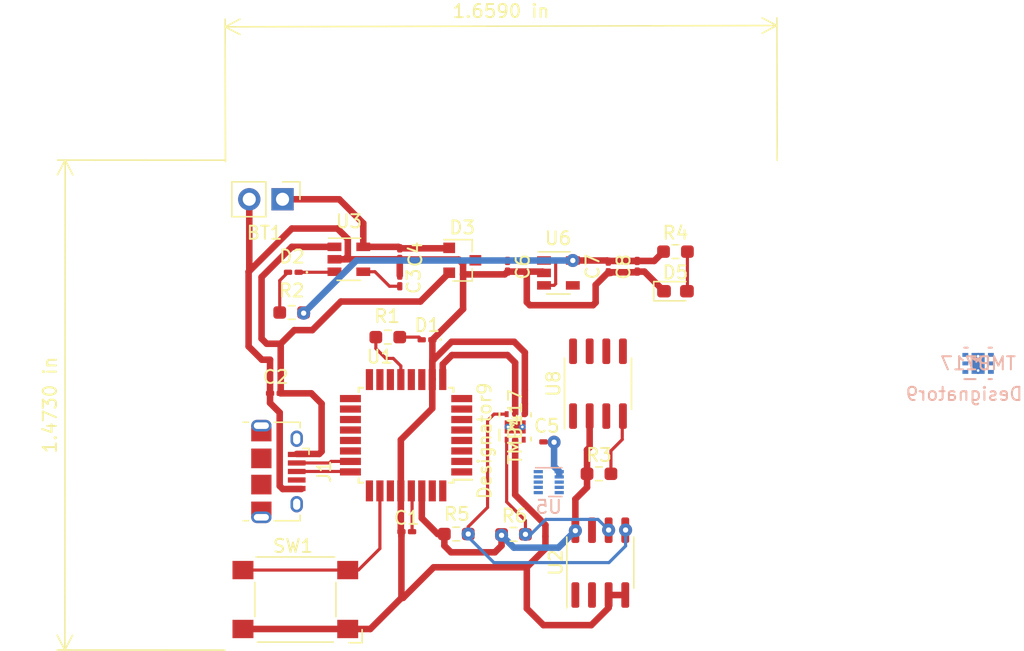
<source format=kicad_pcb>
(kicad_pcb (version 20171130) (host pcbnew "(5.1.9)-1")

  (general
    (thickness 1.6)
    (drawings 6)
    (tracks 211)
    (zones 0)
    (modules 29)
    (nets 54)
  )

  (page A4)
  (title_block
    (title PCB_Temp_PhyAct)
    (date 2021-03-04)
  )

  (layers
    (0 F.Cu signal)
    (31 B.Cu signal)
    (32 B.Adhes user)
    (33 F.Adhes user)
    (34 B.Paste user)
    (35 F.Paste user)
    (36 B.SilkS user)
    (37 F.SilkS user)
    (38 B.Mask user)
    (39 F.Mask user)
    (40 Dwgs.User user)
    (41 Cmts.User user)
    (42 Eco1.User user)
    (43 Eco2.User user)
    (44 Edge.Cuts user)
    (45 Margin user)
    (46 B.CrtYd user)
    (47 F.CrtYd user)
    (48 B.Fab user)
    (49 F.Fab user hide)
  )

  (setup
    (last_trace_width 0.24)
    (trace_clearance 0.24)
    (zone_clearance 0.508)
    (zone_45_only no)
    (trace_min 0.2)
    (via_size 1)
    (via_drill 0.4)
    (via_min_size 0.4)
    (via_min_drill 0.3)
    (uvia_size 0.3)
    (uvia_drill 0.1)
    (uvias_allowed no)
    (uvia_min_size 0.2)
    (uvia_min_drill 0.1)
    (edge_width 0.05)
    (segment_width 0.2)
    (pcb_text_width 0.3)
    (pcb_text_size 1.5 1.5)
    (mod_edge_width 0.12)
    (mod_text_size 1 1)
    (mod_text_width 0.15)
    (pad_size 1.524 1.524)
    (pad_drill 0.762)
    (pad_to_mask_clearance 0)
    (aux_axis_origin 0 0)
    (visible_elements 7FFFFFFF)
    (pcbplotparams
      (layerselection 0x010fc_ffffffff)
      (usegerberextensions false)
      (usegerberattributes true)
      (usegerberadvancedattributes true)
      (creategerberjobfile true)
      (excludeedgelayer true)
      (linewidth 0.100000)
      (plotframeref false)
      (viasonmask false)
      (mode 1)
      (useauxorigin false)
      (hpglpennumber 1)
      (hpglpenspeed 20)
      (hpglpendiameter 15.000000)
      (psnegative false)
      (psa4output false)
      (plotreference true)
      (plotvalue true)
      (plotinvisibletext false)
      (padsonsilk false)
      (subtractmaskfromsilk false)
      (outputformat 1)
      (mirror false)
      (drillshape 1)
      (scaleselection 1)
      (outputdirectory ""))
  )

  (net 0 "")
  (net 1 +BATT)
  (net 2 GND)
  (net 3 "Net-(C1-Pad2)")
  (net 4 VBUS)
  (net 5 "Net-(C3-Pad1)")
  (net 6 "Net-(C5-Pad1)")
  (net 7 "Net-(C6-Pad1)")
  (net 8 +3V3)
  (net 9 "Net-(D1-Pad2)")
  (net 10 "Net-(D2-Pad1)")
  (net 11 "Net-(D2-Pad2)")
  (net 12 "Net-(D5-Pad2)")
  (net 13 /D-)
  (net 14 /D+)
  (net 15 "Net-(J1-Pad4)")
  (net 16 "Net-(J1-Pad6)")
  (net 17 "Net-(R1-Pad1)")
  (net 18 "Net-(R3-Pad2)")
  (net 19 /SDA)
  (net 20 /SCL)
  (net 21 "Net-(SW1-Pad3)")
  (net 22 "Net-(U1-Pad1)")
  (net 23 "Net-(U1-Pad2)")
  (net 24 "Net-(U1-Pad3)")
  (net 25 "Net-(U1-Pad4)")
  (net 26 "Net-(U1-Pad5)")
  (net 27 "Net-(U1-Pad6)")
  (net 28 "Net-(U1-Pad7)")
  (net 29 "Net-(U1-Pad8)")
  (net 30 "Net-(U1-Pad14)")
  (net 31 "Net-(U1-Pad15)")
  (net 32 "Net-(U1-Pad16)")
  (net 33 "Net-(U1-Pad17)")
  (net 34 "Net-(U1-Pad18)")
  (net 35 "Net-(U1-Pad19)")
  (net 36 "Net-(U1-Pad20)")
  (net 37 "Net-(U1-Pad21)")
  (net 38 "Net-(U1-Pad22)")
  (net 39 "Net-(U1-Pad25)")
  (net 40 "Net-(U1-Pad27)")
  (net 41 SWC)
  (net 42 SWD)
  (net 43 "Net-(U2-Pad7)")
  (net 44 "Net-(U2-Pad2)")
  (net 45 "Net-(U2-Pad1)")
  (net 46 "Net-(U4-Pad3)")
  (net 47 "Net-(U5-Pad3)")
  (net 48 "Net-(U5-Pad5)")
  (net 49 "Net-(U6-Pad4)")
  (net 50 "Net-(U7-Pad3)")
  (net 51 "Net-(U8-Pad1)")
  (net 52 "Net-(U8-Pad3)")
  (net 53 "Net-(U8-Pad6)")

  (net_class Default "This is the default net class."
    (clearance 0.24)
    (trace_width 0.24)
    (via_dia 1)
    (via_drill 0.4)
    (uvia_dia 0.3)
    (uvia_drill 0.1)
    (add_net /D+)
    (add_net /D-)
    (add_net /SCL)
    (add_net /SDA)
    (add_net "Net-(C1-Pad2)")
    (add_net "Net-(C3-Pad1)")
    (add_net "Net-(C5-Pad1)")
    (add_net "Net-(C6-Pad1)")
    (add_net "Net-(D1-Pad2)")
    (add_net "Net-(D2-Pad1)")
    (add_net "Net-(D2-Pad2)")
    (add_net "Net-(D5-Pad2)")
    (add_net "Net-(J1-Pad4)")
    (add_net "Net-(J1-Pad6)")
    (add_net "Net-(R1-Pad1)")
    (add_net "Net-(R3-Pad2)")
    (add_net "Net-(SW1-Pad3)")
    (add_net "Net-(U1-Pad1)")
    (add_net "Net-(U1-Pad14)")
    (add_net "Net-(U1-Pad15)")
    (add_net "Net-(U1-Pad16)")
    (add_net "Net-(U1-Pad17)")
    (add_net "Net-(U1-Pad18)")
    (add_net "Net-(U1-Pad19)")
    (add_net "Net-(U1-Pad2)")
    (add_net "Net-(U1-Pad20)")
    (add_net "Net-(U1-Pad21)")
    (add_net "Net-(U1-Pad22)")
    (add_net "Net-(U1-Pad25)")
    (add_net "Net-(U1-Pad27)")
    (add_net "Net-(U1-Pad3)")
    (add_net "Net-(U1-Pad4)")
    (add_net "Net-(U1-Pad5)")
    (add_net "Net-(U1-Pad6)")
    (add_net "Net-(U1-Pad7)")
    (add_net "Net-(U1-Pad8)")
    (add_net "Net-(U2-Pad1)")
    (add_net "Net-(U2-Pad2)")
    (add_net "Net-(U2-Pad7)")
    (add_net "Net-(U4-Pad3)")
    (add_net "Net-(U5-Pad3)")
    (add_net "Net-(U5-Pad5)")
    (add_net "Net-(U6-Pad4)")
    (add_net "Net-(U7-Pad3)")
    (add_net "Net-(U8-Pad1)")
    (add_net "Net-(U8-Pad3)")
    (add_net "Net-(U8-Pad6)")
    (add_net SWC)
    (add_net SWD)
  )

  (net_class PWR ""
    (clearance 0.24)
    (trace_width 0.5)
    (via_dia 1)
    (via_drill 0.4)
    (uvia_dia 0.3)
    (uvia_drill 0.1)
    (add_net +3V3)
    (add_net +BATT)
    (add_net GND)
    (add_net VBUS)
  )

  (module Package_TO_SOT_SMD:SOT-23-5 (layer F.Cu) (tedit 5A02FF57) (tstamp 60475393)
    (at 24.6888 22.8346)
    (descr "5-pin SOT23 package")
    (tags SOT-23-5)
    (path /6037F306)
    (attr smd)
    (fp_text reference U3 (at 0 -2.9) (layer F.SilkS)
      (effects (font (size 1 1) (thickness 0.15)))
    )
    (fp_text value MAX1555 (at 0 2.9) (layer F.Fab)
      (effects (font (size 1 1) (thickness 0.15)))
    )
    (fp_line (start 0.9 -1.55) (end 0.9 1.55) (layer F.Fab) (width 0.1))
    (fp_line (start 0.9 1.55) (end -0.9 1.55) (layer F.Fab) (width 0.1))
    (fp_line (start -0.9 -0.9) (end -0.9 1.55) (layer F.Fab) (width 0.1))
    (fp_line (start 0.9 -1.55) (end -0.25 -1.55) (layer F.Fab) (width 0.1))
    (fp_line (start -0.9 -0.9) (end -0.25 -1.55) (layer F.Fab) (width 0.1))
    (fp_line (start -1.9 1.8) (end -1.9 -1.8) (layer F.CrtYd) (width 0.05))
    (fp_line (start 1.9 1.8) (end -1.9 1.8) (layer F.CrtYd) (width 0.05))
    (fp_line (start 1.9 -1.8) (end 1.9 1.8) (layer F.CrtYd) (width 0.05))
    (fp_line (start -1.9 -1.8) (end 1.9 -1.8) (layer F.CrtYd) (width 0.05))
    (fp_line (start 0.9 -1.61) (end -1.55 -1.61) (layer F.SilkS) (width 0.12))
    (fp_line (start -0.9 1.61) (end 0.9 1.61) (layer F.SilkS) (width 0.12))
    (fp_text user %R (at 0 0 90) (layer F.Fab)
      (effects (font (size 0.5 0.5) (thickness 0.075)))
    )
    (pad 5 smd rect (at 1.1 -0.95) (size 1.06 0.65) (layers F.Cu F.Paste F.Mask)
      (net 1 +BATT))
    (pad 4 smd rect (at 1.1 0.95) (size 1.06 0.65) (layers F.Cu F.Paste F.Mask)
      (net 5 "Net-(C3-Pad1)"))
    (pad 3 smd rect (at -1.1 0.95) (size 1.06 0.65) (layers F.Cu F.Paste F.Mask)
      (net 10 "Net-(D2-Pad1)"))
    (pad 2 smd rect (at -1.1 0) (size 1.06 0.65) (layers F.Cu F.Paste F.Mask)
      (net 2 GND))
    (pad 1 smd rect (at -1.1 -0.95) (size 1.06 0.65) (layers F.Cu F.Paste F.Mask)
      (net 4 VBUS))
    (model ${KISYS3DMOD}/Package_TO_SOT_SMD.3dshapes/SOT-23-5.wrl
      (at (xyz 0 0 0))
      (scale (xyz 1 1 1))
      (rotate (xyz 0 0 0))
    )
  )

  (module LED_SMD:LED_0201_0603Metric_Pad0.64x0.40mm_HandSolder (layer F.Cu) (tedit 5F6BBF83) (tstamp 604753CE)
    (at 20.447 23.8252 180)
    (descr "LED SMD 0201 (0603 Metric), square (rectangular) end terminal, IPC_7351 nominal, (Body size source: https://www.vishay.com/docs/20052/crcw0201e3.pdf), generated with kicad-footprint-generator")
    (tags "LED handsolder")
    (path /60363C01)
    (attr smd)
    (fp_text reference D2 (at 0.1016 1.1938) (layer F.SilkS)
      (effects (font (size 1 1) (thickness 0.15)))
    )
    (fp_text value LED (at 0 1.05) (layer F.Fab)
      (effects (font (size 1 1) (thickness 0.15)))
    )
    (fp_circle (center -1.035 0) (end -0.985 0) (layer F.SilkS) (width 0.1))
    (fp_line (start -0.3 0.15) (end -0.3 -0.15) (layer F.Fab) (width 0.1))
    (fp_line (start -0.3 -0.15) (end 0.3 -0.15) (layer F.Fab) (width 0.1))
    (fp_line (start 0.3 -0.15) (end 0.3 0.15) (layer F.Fab) (width 0.1))
    (fp_line (start 0.3 0.15) (end -0.3 0.15) (layer F.Fab) (width 0.1))
    (fp_line (start -0.2 0.15) (end -0.2 -0.15) (layer F.Fab) (width 0.1))
    (fp_line (start -0.1 0.15) (end -0.1 -0.15) (layer F.Fab) (width 0.1))
    (fp_line (start -0.88 0.35) (end -0.88 -0.35) (layer F.CrtYd) (width 0.05))
    (fp_line (start -0.88 -0.35) (end 0.88 -0.35) (layer F.CrtYd) (width 0.05))
    (fp_line (start 0.88 -0.35) (end 0.88 0.35) (layer F.CrtYd) (width 0.05))
    (fp_line (start 0.88 0.35) (end -0.88 0.35) (layer F.CrtYd) (width 0.05))
    (fp_text user %R (at 0 -0.68) (layer F.Fab)
      (effects (font (size 0.25 0.25) (thickness 0.04)))
    )
    (pad "" smd roundrect (at -0.4325 0 180) (size 0.458 0.36) (layers F.Paste) (roundrect_rratio 0.25))
    (pad "" smd roundrect (at 0.4325 0 180) (size 0.458 0.36) (layers F.Paste) (roundrect_rratio 0.25))
    (pad 1 smd roundrect (at -0.4075 0 180) (size 0.635 0.4) (layers F.Cu F.Mask) (roundrect_rratio 0.25)
      (net 10 "Net-(D2-Pad1)"))
    (pad 2 smd roundrect (at 0.4075 0 180) (size 0.635 0.4) (layers F.Cu F.Mask) (roundrect_rratio 0.25)
      (net 11 "Net-(D2-Pad2)"))
    (model ${KISYS3DMOD}/LED_SMD.3dshapes/LED_0201_0603Metric.wrl
      (at (xyz 0 0 0))
      (scale (xyz 1 1 1))
      (rotate (xyz 0 0 0))
    )
  )

  (module Resistor_SMD:R_0603_1608Metric_Pad0.98x0.95mm_HandSolder (layer F.Cu) (tedit 5F68FEEE) (tstamp 604147D6)
    (at 20.32 26.8986)
    (descr "Resistor SMD 0603 (1608 Metric), square (rectangular) end terminal, IPC_7351 nominal with elongated pad for handsoldering. (Body size source: IPC-SM-782 page 72, https://www.pcb-3d.com/wordpress/wp-content/uploads/ipc-sm-782a_amendment_1_and_2.pdf), generated with kicad-footprint-generator")
    (tags "resistor handsolder")
    (path /60363539)
    (attr smd)
    (fp_text reference R2 (at 0 -1.6764) (layer F.SilkS)
      (effects (font (size 1 1) (thickness 0.15)))
    )
    (fp_text value 1k (at 0 1.43) (layer F.Fab)
      (effects (font (size 1 1) (thickness 0.15)))
    )
    (fp_line (start -0.8 0.4125) (end -0.8 -0.4125) (layer F.Fab) (width 0.1))
    (fp_line (start -0.8 -0.4125) (end 0.8 -0.4125) (layer F.Fab) (width 0.1))
    (fp_line (start 0.8 -0.4125) (end 0.8 0.4125) (layer F.Fab) (width 0.1))
    (fp_line (start 0.8 0.4125) (end -0.8 0.4125) (layer F.Fab) (width 0.1))
    (fp_line (start -0.254724 -0.5225) (end 0.254724 -0.5225) (layer F.SilkS) (width 0.12))
    (fp_line (start -0.254724 0.5225) (end 0.254724 0.5225) (layer F.SilkS) (width 0.12))
    (fp_line (start -1.65 0.73) (end -1.65 -0.73) (layer F.CrtYd) (width 0.05))
    (fp_line (start -1.65 -0.73) (end 1.65 -0.73) (layer F.CrtYd) (width 0.05))
    (fp_line (start 1.65 -0.73) (end 1.65 0.73) (layer F.CrtYd) (width 0.05))
    (fp_line (start 1.65 0.73) (end -1.65 0.73) (layer F.CrtYd) (width 0.05))
    (fp_text user %R (at 0 0) (layer F.Fab)
      (effects (font (size 0.4 0.4) (thickness 0.06)))
    )
    (pad 1 smd roundrect (at -0.9125 0) (size 0.975 0.95) (layers F.Cu F.Paste F.Mask) (roundrect_rratio 0.25)
      (net 11 "Net-(D2-Pad2)"))
    (pad 2 smd roundrect (at 0.9125 0) (size 0.975 0.95) (layers F.Cu F.Paste F.Mask) (roundrect_rratio 0.25)
      (net 8 +3V3))
    (model ${KISYS3DMOD}/Resistor_SMD.3dshapes/R_0603_1608Metric.wrl
      (at (xyz 0 0 0))
      (scale (xyz 1 1 1))
      (rotate (xyz 0 0 0))
    )
  )

  (module Capacitor_SMD:C_0201_0603Metric_Pad0.64x0.40mm_HandSolder (layer F.Cu) (tedit 5F6BB9E0) (tstamp 6047535F)
    (at 28.575 24.4856 90)
    (descr "Capacitor SMD 0201 (0603 Metric), square (rectangular) end terminal, IPC_7351 nominal with elongated pad for handsoldering. (Body size source: https://www.vishay.com/docs/20052/crcw0201e3.pdf), generated with kicad-footprint-generator")
    (tags "capacitor handsolder")
    (path /60363062)
    (attr smd)
    (fp_text reference C3 (at -0.0254 1.0668 90) (layer F.SilkS)
      (effects (font (size 1 1) (thickness 0.15)))
    )
    (fp_text value 100nF (at 0 1.05 90) (layer F.Fab)
      (effects (font (size 1 1) (thickness 0.15)))
    )
    (fp_line (start 0.88 0.35) (end -0.88 0.35) (layer F.CrtYd) (width 0.05))
    (fp_line (start 0.88 -0.35) (end 0.88 0.35) (layer F.CrtYd) (width 0.05))
    (fp_line (start -0.88 -0.35) (end 0.88 -0.35) (layer F.CrtYd) (width 0.05))
    (fp_line (start -0.88 0.35) (end -0.88 -0.35) (layer F.CrtYd) (width 0.05))
    (fp_line (start 0.3 0.15) (end -0.3 0.15) (layer F.Fab) (width 0.1))
    (fp_line (start 0.3 -0.15) (end 0.3 0.15) (layer F.Fab) (width 0.1))
    (fp_line (start -0.3 -0.15) (end 0.3 -0.15) (layer F.Fab) (width 0.1))
    (fp_line (start -0.3 0.15) (end -0.3 -0.15) (layer F.Fab) (width 0.1))
    (fp_text user %R (at 0 -0.68 90) (layer F.Fab)
      (effects (font (size 0.25 0.25) (thickness 0.04)))
    )
    (pad 2 smd roundrect (at 0.4075 0 90) (size 0.635 0.4) (layers F.Cu F.Mask) (roundrect_rratio 0.25)
      (net 2 GND))
    (pad 1 smd roundrect (at -0.4075 0 90) (size 0.635 0.4) (layers F.Cu F.Mask) (roundrect_rratio 0.25)
      (net 5 "Net-(C3-Pad1)"))
    (pad "" smd roundrect (at 0.4325 0 90) (size 0.458 0.36) (layers F.Paste) (roundrect_rratio 0.25))
    (pad "" smd roundrect (at -0.4325 0 90) (size 0.458 0.36) (layers F.Paste) (roundrect_rratio 0.25))
    (model ${KISYS3DMOD}/Capacitor_SMD.3dshapes/C_0201_0603Metric.wrl
      (at (xyz 0 0 0))
      (scale (xyz 1 1 1))
      (rotate (xyz 0 0 0))
    )
  )

  (module Connector_PinHeader_2.54mm:PinHeader_1x02_P2.54mm_Vertical (layer F.Cu) (tedit 59FED5CC) (tstamp 60479272)
    (at 19.6215 18.2499 270)
    (descr "Through hole straight pin header, 1x02, 2.54mm pitch, single row")
    (tags "Through hole pin header THT 1x02 2.54mm single row")
    (path /60364904)
    (fp_text reference BT1 (at 2.5654 1.3716) (layer F.SilkS)
      (effects (font (size 1 1) (thickness 0.15)))
    )
    (fp_text value Battery_Cell (at 0 4.87 90) (layer F.Fab)
      (effects (font (size 1 1) (thickness 0.15)))
    )
    (fp_line (start -0.635 -1.27) (end 1.27 -1.27) (layer F.Fab) (width 0.1))
    (fp_line (start 1.27 -1.27) (end 1.27 3.81) (layer F.Fab) (width 0.1))
    (fp_line (start 1.27 3.81) (end -1.27 3.81) (layer F.Fab) (width 0.1))
    (fp_line (start -1.27 3.81) (end -1.27 -0.635) (layer F.Fab) (width 0.1))
    (fp_line (start -1.27 -0.635) (end -0.635 -1.27) (layer F.Fab) (width 0.1))
    (fp_line (start -1.33 3.87) (end 1.33 3.87) (layer F.SilkS) (width 0.12))
    (fp_line (start -1.33 1.27) (end -1.33 3.87) (layer F.SilkS) (width 0.12))
    (fp_line (start 1.33 1.27) (end 1.33 3.87) (layer F.SilkS) (width 0.12))
    (fp_line (start -1.33 1.27) (end 1.33 1.27) (layer F.SilkS) (width 0.12))
    (fp_line (start -1.33 0) (end -1.33 -1.33) (layer F.SilkS) (width 0.12))
    (fp_line (start -1.33 -1.33) (end 0 -1.33) (layer F.SilkS) (width 0.12))
    (fp_line (start -1.8 -1.8) (end -1.8 4.35) (layer F.CrtYd) (width 0.05))
    (fp_line (start -1.8 4.35) (end 1.8 4.35) (layer F.CrtYd) (width 0.05))
    (fp_line (start 1.8 4.35) (end 1.8 -1.8) (layer F.CrtYd) (width 0.05))
    (fp_line (start 1.8 -1.8) (end -1.8 -1.8) (layer F.CrtYd) (width 0.05))
    (fp_text user %R (at 0 1.27) (layer F.Fab)
      (effects (font (size 1 1) (thickness 0.15)))
    )
    (pad 1 thru_hole rect (at 0 0 270) (size 1.7 1.7) (drill 1) (layers *.Cu *.Mask)
      (net 1 +BATT))
    (pad 2 thru_hole oval (at 0 2.54 270) (size 1.7 1.7) (drill 1) (layers *.Cu *.Mask)
      (net 2 GND))
    (model ${KISYS3DMOD}/Connector_PinHeader_2.54mm.3dshapes/PinHeader_1x02_P2.54mm_Vertical.wrl
      (at (xyz 0 0 0))
      (scale (xyz 1 1 1))
      (rotate (xyz 0 0 0))
    )
  )

  (module Capacitor_SMD:C_0201_0603Metric_Pad0.64x0.40mm_HandSolder (layer F.Cu) (tedit 5F6BB9E0) (tstamp 604146C4)
    (at 29.1084 43.6372)
    (descr "Capacitor SMD 0201 (0603 Metric), square (rectangular) end terminal, IPC_7351 nominal with elongated pad for handsoldering. (Body size source: https://www.vishay.com/docs/20052/crcw0201e3.pdf), generated with kicad-footprint-generator")
    (tags "capacitor handsolder")
    (path /6038DC26)
    (attr smd)
    (fp_text reference C1 (at 0 -1.05) (layer F.SilkS)
      (effects (font (size 1 1) (thickness 0.15)))
    )
    (fp_text value 1uF (at 0 1.05) (layer F.Fab)
      (effects (font (size 1 1) (thickness 0.15)))
    )
    (fp_line (start -0.3 0.15) (end -0.3 -0.15) (layer F.Fab) (width 0.1))
    (fp_line (start -0.3 -0.15) (end 0.3 -0.15) (layer F.Fab) (width 0.1))
    (fp_line (start 0.3 -0.15) (end 0.3 0.15) (layer F.Fab) (width 0.1))
    (fp_line (start 0.3 0.15) (end -0.3 0.15) (layer F.Fab) (width 0.1))
    (fp_line (start -0.88 0.35) (end -0.88 -0.35) (layer F.CrtYd) (width 0.05))
    (fp_line (start -0.88 -0.35) (end 0.88 -0.35) (layer F.CrtYd) (width 0.05))
    (fp_line (start 0.88 -0.35) (end 0.88 0.35) (layer F.CrtYd) (width 0.05))
    (fp_line (start 0.88 0.35) (end -0.88 0.35) (layer F.CrtYd) (width 0.05))
    (fp_text user %R (at 0 -0.68) (layer F.Fab)
      (effects (font (size 0.25 0.25) (thickness 0.04)))
    )
    (pad "" smd roundrect (at -0.4325 0) (size 0.458 0.36) (layers F.Paste) (roundrect_rratio 0.25))
    (pad "" smd roundrect (at 0.4325 0) (size 0.458 0.36) (layers F.Paste) (roundrect_rratio 0.25))
    (pad 1 smd roundrect (at -0.4075 0) (size 0.635 0.4) (layers F.Cu F.Mask) (roundrect_rratio 0.25)
      (net 2 GND))
    (pad 2 smd roundrect (at 0.4075 0) (size 0.635 0.4) (layers F.Cu F.Mask) (roundrect_rratio 0.25)
      (net 3 "Net-(C1-Pad2)"))
    (model ${KISYS3DMOD}/Capacitor_SMD.3dshapes/C_0201_0603Metric.wrl
      (at (xyz 0 0 0))
      (scale (xyz 1 1 1))
      (rotate (xyz 0 0 0))
    )
  )

  (module Capacitor_SMD:C_0201_0603Metric_Pad0.64x0.40mm_HandSolder (layer F.Cu) (tedit 5F6BB9E0) (tstamp 604146D5)
    (at 19.0754 33.0708 180)
    (descr "Capacitor SMD 0201 (0603 Metric), square (rectangular) end terminal, IPC_7351 nominal with elongated pad for handsoldering. (Body size source: https://www.vishay.com/docs/20052/crcw0201e3.pdf), generated with kicad-footprint-generator")
    (tags "capacitor handsolder")
    (path /603622F9)
    (attr smd)
    (fp_text reference C2 (at -0.0254 1.2446) (layer F.SilkS)
      (effects (font (size 1 1) (thickness 0.15)))
    )
    (fp_text value 100nF (at 0 1.05) (layer F.Fab)
      (effects (font (size 1 1) (thickness 0.15)))
    )
    (fp_line (start 0.88 0.35) (end -0.88 0.35) (layer F.CrtYd) (width 0.05))
    (fp_line (start 0.88 -0.35) (end 0.88 0.35) (layer F.CrtYd) (width 0.05))
    (fp_line (start -0.88 -0.35) (end 0.88 -0.35) (layer F.CrtYd) (width 0.05))
    (fp_line (start -0.88 0.35) (end -0.88 -0.35) (layer F.CrtYd) (width 0.05))
    (fp_line (start 0.3 0.15) (end -0.3 0.15) (layer F.Fab) (width 0.1))
    (fp_line (start 0.3 -0.15) (end 0.3 0.15) (layer F.Fab) (width 0.1))
    (fp_line (start -0.3 -0.15) (end 0.3 -0.15) (layer F.Fab) (width 0.1))
    (fp_line (start -0.3 0.15) (end -0.3 -0.15) (layer F.Fab) (width 0.1))
    (fp_text user %R (at 0 -0.68) (layer F.Fab)
      (effects (font (size 0.25 0.25) (thickness 0.04)))
    )
    (pad 2 smd roundrect (at 0.4075 0 180) (size 0.635 0.4) (layers F.Cu F.Mask) (roundrect_rratio 0.25)
      (net 2 GND))
    (pad 1 smd roundrect (at -0.4075 0 180) (size 0.635 0.4) (layers F.Cu F.Mask) (roundrect_rratio 0.25)
      (net 4 VBUS))
    (pad "" smd roundrect (at 0.4325 0 180) (size 0.458 0.36) (layers F.Paste) (roundrect_rratio 0.25))
    (pad "" smd roundrect (at -0.4325 0 180) (size 0.458 0.36) (layers F.Paste) (roundrect_rratio 0.25))
    (model ${KISYS3DMOD}/Capacitor_SMD.3dshapes/C_0201_0603Metric.wrl
      (at (xyz 0 0 0))
      (scale (xyz 1 1 1))
      (rotate (xyz 0 0 0))
    )
  )

  (module Capacitor_SMD:C_0201_0603Metric_Pad0.64x0.40mm_HandSolder (layer F.Cu) (tedit 5F6BB9E0) (tstamp 604751E8)
    (at 28.575 22.4028 270)
    (descr "Capacitor SMD 0201 (0603 Metric), square (rectangular) end terminal, IPC_7351 nominal with elongated pad for handsoldering. (Body size source: https://www.vishay.com/docs/20052/crcw0201e3.pdf), generated with kicad-footprint-generator")
    (tags "capacitor handsolder")
    (path /6036289E)
    (attr smd)
    (fp_text reference C4 (at 0.0508 -1.1938 270) (layer F.SilkS)
      (effects (font (size 1 1) (thickness 0.15)))
    )
    (fp_text value 100nF (at 0 1.05 90) (layer F.Fab)
      (effects (font (size 1 1) (thickness 0.15)))
    )
    (fp_line (start -0.3 0.15) (end -0.3 -0.15) (layer F.Fab) (width 0.1))
    (fp_line (start -0.3 -0.15) (end 0.3 -0.15) (layer F.Fab) (width 0.1))
    (fp_line (start 0.3 -0.15) (end 0.3 0.15) (layer F.Fab) (width 0.1))
    (fp_line (start 0.3 0.15) (end -0.3 0.15) (layer F.Fab) (width 0.1))
    (fp_line (start -0.88 0.35) (end -0.88 -0.35) (layer F.CrtYd) (width 0.05))
    (fp_line (start -0.88 -0.35) (end 0.88 -0.35) (layer F.CrtYd) (width 0.05))
    (fp_line (start 0.88 -0.35) (end 0.88 0.35) (layer F.CrtYd) (width 0.05))
    (fp_line (start 0.88 0.35) (end -0.88 0.35) (layer F.CrtYd) (width 0.05))
    (fp_text user %R (at 0 -0.68 90) (layer F.Fab)
      (effects (font (size 0.25 0.25) (thickness 0.04)))
    )
    (pad "" smd roundrect (at -0.4325 0 270) (size 0.458 0.36) (layers F.Paste) (roundrect_rratio 0.25))
    (pad "" smd roundrect (at 0.4325 0 270) (size 0.458 0.36) (layers F.Paste) (roundrect_rratio 0.25))
    (pad 1 smd roundrect (at -0.4075 0 270) (size 0.635 0.4) (layers F.Cu F.Mask) (roundrect_rratio 0.25)
      (net 1 +BATT))
    (pad 2 smd roundrect (at 0.4075 0 270) (size 0.635 0.4) (layers F.Cu F.Mask) (roundrect_rratio 0.25)
      (net 2 GND))
    (model ${KISYS3DMOD}/Capacitor_SMD.3dshapes/C_0201_0603Metric.wrl
      (at (xyz 0 0 0))
      (scale (xyz 1 1 1))
      (rotate (xyz 0 0 0))
    )
  )

  (module Capacitor_SMD:C_0201_0603Metric_Pad0.64x0.40mm_HandSolder (layer F.Cu) (tedit 5F6BB9E0) (tstamp 60414708)
    (at 39.9542 36.7792)
    (descr "Capacitor SMD 0201 (0603 Metric), square (rectangular) end terminal, IPC_7351 nominal with elongated pad for handsoldering. (Body size source: https://www.vishay.com/docs/20052/crcw0201e3.pdf), generated with kicad-footprint-generator")
    (tags "capacitor handsolder")
    (path /603CD52D)
    (attr smd)
    (fp_text reference C5 (at -0.1524 -1.2192) (layer F.SilkS)
      (effects (font (size 1 1) (thickness 0.15)))
    )
    (fp_text value 0,1uF (at 0 1.05) (layer F.Fab)
      (effects (font (size 1 1) (thickness 0.15)))
    )
    (fp_line (start 0.88 0.35) (end -0.88 0.35) (layer F.CrtYd) (width 0.05))
    (fp_line (start 0.88 -0.35) (end 0.88 0.35) (layer F.CrtYd) (width 0.05))
    (fp_line (start -0.88 -0.35) (end 0.88 -0.35) (layer F.CrtYd) (width 0.05))
    (fp_line (start -0.88 0.35) (end -0.88 -0.35) (layer F.CrtYd) (width 0.05))
    (fp_line (start 0.3 0.15) (end -0.3 0.15) (layer F.Fab) (width 0.1))
    (fp_line (start 0.3 -0.15) (end 0.3 0.15) (layer F.Fab) (width 0.1))
    (fp_line (start -0.3 -0.15) (end 0.3 -0.15) (layer F.Fab) (width 0.1))
    (fp_line (start -0.3 0.15) (end -0.3 -0.15) (layer F.Fab) (width 0.1))
    (fp_text user %R (at 0 -0.68) (layer F.Fab)
      (effects (font (size 0.25 0.25) (thickness 0.04)))
    )
    (pad 2 smd roundrect (at 0.4075 0) (size 0.635 0.4) (layers F.Cu F.Mask) (roundrect_rratio 0.25)
      (net 2 GND))
    (pad 1 smd roundrect (at -0.4075 0) (size 0.635 0.4) (layers F.Cu F.Mask) (roundrect_rratio 0.25)
      (net 6 "Net-(C5-Pad1)"))
    (pad "" smd roundrect (at 0.4325 0) (size 0.458 0.36) (layers F.Paste) (roundrect_rratio 0.25))
    (pad "" smd roundrect (at -0.4325 0) (size 0.458 0.36) (layers F.Paste) (roundrect_rratio 0.25))
    (model ${KISYS3DMOD}/Capacitor_SMD.3dshapes/C_0201_0603Metric.wrl
      (at (xyz 0 0 0))
      (scale (xyz 1 1 1))
      (rotate (xyz 0 0 0))
    )
  )

  (module Capacitor_SMD:C_0201_0603Metric_Pad0.64x0.40mm_HandSolder (layer F.Cu) (tedit 5F6BB9E0) (tstamp 604751B8)
    (at 36.8046 23.368 270)
    (descr "Capacitor SMD 0201 (0603 Metric), square (rectangular) end terminal, IPC_7351 nominal with elongated pad for handsoldering. (Body size source: https://www.vishay.com/docs/20052/crcw0201e3.pdf), generated with kicad-footprint-generator")
    (tags "capacitor handsolder")
    (path /60358B95)
    (attr smd)
    (fp_text reference C6 (at 0.0508 -1.1684 90) (layer F.SilkS)
      (effects (font (size 1 1) (thickness 0.15)))
    )
    (fp_text value 10uF (at 0 1.05 90) (layer F.Fab)
      (effects (font (size 1 1) (thickness 0.15)))
    )
    (fp_line (start -0.3 0.15) (end -0.3 -0.15) (layer F.Fab) (width 0.1))
    (fp_line (start -0.3 -0.15) (end 0.3 -0.15) (layer F.Fab) (width 0.1))
    (fp_line (start 0.3 -0.15) (end 0.3 0.15) (layer F.Fab) (width 0.1))
    (fp_line (start 0.3 0.15) (end -0.3 0.15) (layer F.Fab) (width 0.1))
    (fp_line (start -0.88 0.35) (end -0.88 -0.35) (layer F.CrtYd) (width 0.05))
    (fp_line (start -0.88 -0.35) (end 0.88 -0.35) (layer F.CrtYd) (width 0.05))
    (fp_line (start 0.88 -0.35) (end 0.88 0.35) (layer F.CrtYd) (width 0.05))
    (fp_line (start 0.88 0.35) (end -0.88 0.35) (layer F.CrtYd) (width 0.05))
    (fp_text user %R (at 0 -0.68 90) (layer F.Fab)
      (effects (font (size 0.25 0.25) (thickness 0.04)))
    )
    (pad "" smd roundrect (at -0.4325 0 270) (size 0.458 0.36) (layers F.Paste) (roundrect_rratio 0.25))
    (pad "" smd roundrect (at 0.4325 0 270) (size 0.458 0.36) (layers F.Paste) (roundrect_rratio 0.25))
    (pad 1 smd roundrect (at -0.4075 0 270) (size 0.635 0.4) (layers F.Cu F.Mask) (roundrect_rratio 0.25)
      (net 7 "Net-(C6-Pad1)"))
    (pad 2 smd roundrect (at 0.4075 0 270) (size 0.635 0.4) (layers F.Cu F.Mask) (roundrect_rratio 0.25)
      (net 2 GND))
    (model ${KISYS3DMOD}/Capacitor_SMD.3dshapes/C_0201_0603Metric.wrl
      (at (xyz 0 0 0))
      (scale (xyz 1 1 1))
      (rotate (xyz 0 0 0))
    )
  )

  (module Capacitor_SMD:C_0201_0603Metric_Pad0.64x0.40mm_HandSolder (layer F.Cu) (tedit 5F6BB9E0) (tstamp 60475188)
    (at 44.5008 23.4188 270)
    (descr "Capacitor SMD 0201 (0603 Metric), square (rectangular) end terminal, IPC_7351 nominal with elongated pad for handsoldering. (Body size source: https://www.vishay.com/docs/20052/crcw0201e3.pdf), generated with kicad-footprint-generator")
    (tags "capacitor handsolder")
    (path /60357F94)
    (attr smd)
    (fp_text reference C7 (at -0.0254 1.1938 90) (layer F.SilkS)
      (effects (font (size 1 1) (thickness 0.15)))
    )
    (fp_text value 10uF (at 0 1.05 90) (layer F.Fab)
      (effects (font (size 1 1) (thickness 0.15)))
    )
    (fp_line (start 0.88 0.35) (end -0.88 0.35) (layer F.CrtYd) (width 0.05))
    (fp_line (start 0.88 -0.35) (end 0.88 0.35) (layer F.CrtYd) (width 0.05))
    (fp_line (start -0.88 -0.35) (end 0.88 -0.35) (layer F.CrtYd) (width 0.05))
    (fp_line (start -0.88 0.35) (end -0.88 -0.35) (layer F.CrtYd) (width 0.05))
    (fp_line (start 0.3 0.15) (end -0.3 0.15) (layer F.Fab) (width 0.1))
    (fp_line (start 0.3 -0.15) (end 0.3 0.15) (layer F.Fab) (width 0.1))
    (fp_line (start -0.3 -0.15) (end 0.3 -0.15) (layer F.Fab) (width 0.1))
    (fp_line (start -0.3 0.15) (end -0.3 -0.15) (layer F.Fab) (width 0.1))
    (fp_text user %R (at 0 -0.68 90) (layer F.Fab)
      (effects (font (size 0.25 0.25) (thickness 0.04)))
    )
    (pad 2 smd roundrect (at 0.4075 0 270) (size 0.635 0.4) (layers F.Cu F.Mask) (roundrect_rratio 0.25)
      (net 2 GND))
    (pad 1 smd roundrect (at -0.4075 0 270) (size 0.635 0.4) (layers F.Cu F.Mask) (roundrect_rratio 0.25)
      (net 8 +3V3))
    (pad "" smd roundrect (at 0.4325 0 270) (size 0.458 0.36) (layers F.Paste) (roundrect_rratio 0.25))
    (pad "" smd roundrect (at -0.4325 0 270) (size 0.458 0.36) (layers F.Paste) (roundrect_rratio 0.25))
    (model ${KISYS3DMOD}/Capacitor_SMD.3dshapes/C_0201_0603Metric.wrl
      (at (xyz 0 0 0))
      (scale (xyz 1 1 1))
      (rotate (xyz 0 0 0))
    )
  )

  (module Capacitor_SMD:C_0201_0603Metric_Pad0.64x0.40mm_HandSolder (layer F.Cu) (tedit 5F6BB9E0) (tstamp 60475158)
    (at 46.7106 23.368 270)
    (descr "Capacitor SMD 0201 (0603 Metric), square (rectangular) end terminal, IPC_7351 nominal with elongated pad for handsoldering. (Body size source: https://www.vishay.com/docs/20052/crcw0201e3.pdf), generated with kicad-footprint-generator")
    (tags "capacitor handsolder")
    (path /603D88AF)
    (attr smd)
    (fp_text reference C8 (at 0.0508 1.0414 90) (layer F.SilkS)
      (effects (font (size 1 1) (thickness 0.15)))
    )
    (fp_text value 100nF (at 0 1.05 90) (layer F.Fab)
      (effects (font (size 1 1) (thickness 0.15)))
    )
    (fp_line (start -0.3 0.15) (end -0.3 -0.15) (layer F.Fab) (width 0.1))
    (fp_line (start -0.3 -0.15) (end 0.3 -0.15) (layer F.Fab) (width 0.1))
    (fp_line (start 0.3 -0.15) (end 0.3 0.15) (layer F.Fab) (width 0.1))
    (fp_line (start 0.3 0.15) (end -0.3 0.15) (layer F.Fab) (width 0.1))
    (fp_line (start -0.88 0.35) (end -0.88 -0.35) (layer F.CrtYd) (width 0.05))
    (fp_line (start -0.88 -0.35) (end 0.88 -0.35) (layer F.CrtYd) (width 0.05))
    (fp_line (start 0.88 -0.35) (end 0.88 0.35) (layer F.CrtYd) (width 0.05))
    (fp_line (start 0.88 0.35) (end -0.88 0.35) (layer F.CrtYd) (width 0.05))
    (fp_text user %R (at 0 -0.68 90) (layer F.Fab)
      (effects (font (size 0.25 0.25) (thickness 0.04)))
    )
    (pad "" smd roundrect (at -0.4325 0 270) (size 0.458 0.36) (layers F.Paste) (roundrect_rratio 0.25))
    (pad "" smd roundrect (at 0.4325 0 270) (size 0.458 0.36) (layers F.Paste) (roundrect_rratio 0.25))
    (pad 1 smd roundrect (at -0.4075 0 270) (size 0.635 0.4) (layers F.Cu F.Mask) (roundrect_rratio 0.25)
      (net 8 +3V3))
    (pad 2 smd roundrect (at 0.4075 0 270) (size 0.635 0.4) (layers F.Cu F.Mask) (roundrect_rratio 0.25)
      (net 2 GND))
    (model ${KISYS3DMOD}/Capacitor_SMD.3dshapes/C_0201_0603Metric.wrl
      (at (xyz 0 0 0))
      (scale (xyz 1 1 1))
      (rotate (xyz 0 0 0))
    )
  )

  (module LED_SMD:LED_0201_0603Metric_Pad0.64x0.40mm_HandSolder (layer F.Cu) (tedit 5F6BBF83) (tstamp 604273B8)
    (at 30.6578 28.9814 180)
    (descr "LED SMD 0201 (0603 Metric), square (rectangular) end terminal, IPC_7351 nominal, (Body size source: https://www.vishay.com/docs/20052/crcw0201e3.pdf), generated with kicad-footprint-generator")
    (tags "LED handsolder")
    (path /603A1739)
    (attr smd)
    (fp_text reference D1 (at -0.0254 1.1176) (layer F.SilkS)
      (effects (font (size 1 1) (thickness 0.15)))
    )
    (fp_text value LED (at 0 1.05) (layer F.Fab)
      (effects (font (size 1 1) (thickness 0.15)))
    )
    (fp_line (start 0.88 0.35) (end -0.88 0.35) (layer F.CrtYd) (width 0.05))
    (fp_line (start 0.88 -0.35) (end 0.88 0.35) (layer F.CrtYd) (width 0.05))
    (fp_line (start -0.88 -0.35) (end 0.88 -0.35) (layer F.CrtYd) (width 0.05))
    (fp_line (start -0.88 0.35) (end -0.88 -0.35) (layer F.CrtYd) (width 0.05))
    (fp_line (start -0.1 0.15) (end -0.1 -0.15) (layer F.Fab) (width 0.1))
    (fp_line (start -0.2 0.15) (end -0.2 -0.15) (layer F.Fab) (width 0.1))
    (fp_line (start 0.3 0.15) (end -0.3 0.15) (layer F.Fab) (width 0.1))
    (fp_line (start 0.3 -0.15) (end 0.3 0.15) (layer F.Fab) (width 0.1))
    (fp_line (start -0.3 -0.15) (end 0.3 -0.15) (layer F.Fab) (width 0.1))
    (fp_line (start -0.3 0.15) (end -0.3 -0.15) (layer F.Fab) (width 0.1))
    (fp_circle (center -1.035 0) (end -0.985 0) (layer F.SilkS) (width 0.1))
    (fp_text user %R (at 0 -0.68) (layer F.Fab)
      (effects (font (size 0.25 0.25) (thickness 0.04)))
    )
    (pad 2 smd roundrect (at 0.4075 0 180) (size 0.635 0.4) (layers F.Cu F.Mask) (roundrect_rratio 0.25)
      (net 9 "Net-(D1-Pad2)"))
    (pad 1 smd roundrect (at -0.4075 0 180) (size 0.635 0.4) (layers F.Cu F.Mask) (roundrect_rratio 0.25)
      (net 2 GND))
    (pad "" smd roundrect (at 0.4325 0 180) (size 0.458 0.36) (layers F.Paste) (roundrect_rratio 0.25))
    (pad "" smd roundrect (at -0.4325 0 180) (size 0.458 0.36) (layers F.Paste) (roundrect_rratio 0.25))
    (model ${KISYS3DMOD}/LED_SMD.3dshapes/LED_0201_0603Metric.wrl
      (at (xyz 0 0 0))
      (scale (xyz 1 1 1))
      (rotate (xyz 0 0 0))
    )
  )

  (module Package_TO_SOT_SMD:SOT-23 (layer F.Cu) (tedit 5A02FF57) (tstamp 60475120)
    (at 33.3502 22.9108)
    (descr "SOT-23, Standard")
    (tags SOT-23)
    (path /604250CE)
    (attr smd)
    (fp_text reference D3 (at 0 -2.5) (layer F.SilkS)
      (effects (font (size 1 1) (thickness 0.15)))
    )
    (fp_text value BAT54C (at 0 2.5) (layer F.Fab)
      (effects (font (size 1 1) (thickness 0.15)))
    )
    (fp_line (start -0.7 -0.95) (end -0.7 1.5) (layer F.Fab) (width 0.1))
    (fp_line (start -0.15 -1.52) (end 0.7 -1.52) (layer F.Fab) (width 0.1))
    (fp_line (start -0.7 -0.95) (end -0.15 -1.52) (layer F.Fab) (width 0.1))
    (fp_line (start 0.7 -1.52) (end 0.7 1.52) (layer F.Fab) (width 0.1))
    (fp_line (start -0.7 1.52) (end 0.7 1.52) (layer F.Fab) (width 0.1))
    (fp_line (start 0.76 1.58) (end 0.76 0.65) (layer F.SilkS) (width 0.12))
    (fp_line (start 0.76 -1.58) (end 0.76 -0.65) (layer F.SilkS) (width 0.12))
    (fp_line (start -1.7 -1.75) (end 1.7 -1.75) (layer F.CrtYd) (width 0.05))
    (fp_line (start 1.7 -1.75) (end 1.7 1.75) (layer F.CrtYd) (width 0.05))
    (fp_line (start 1.7 1.75) (end -1.7 1.75) (layer F.CrtYd) (width 0.05))
    (fp_line (start -1.7 1.75) (end -1.7 -1.75) (layer F.CrtYd) (width 0.05))
    (fp_line (start 0.76 -1.58) (end -1.4 -1.58) (layer F.SilkS) (width 0.12))
    (fp_line (start 0.76 1.58) (end -0.7 1.58) (layer F.SilkS) (width 0.12))
    (fp_text user %R (at 0 0 90) (layer F.Fab)
      (effects (font (size 0.5 0.5) (thickness 0.075)))
    )
    (pad 1 smd rect (at -1 -0.95) (size 0.9 0.8) (layers F.Cu F.Paste F.Mask)
      (net 1 +BATT))
    (pad 2 smd rect (at -1 0.95) (size 0.9 0.8) (layers F.Cu F.Paste F.Mask)
      (net 4 VBUS))
    (pad 3 smd rect (at 1 0) (size 0.9 0.8) (layers F.Cu F.Paste F.Mask)
      (net 7 "Net-(C6-Pad1)"))
    (model ${KISYS3DMOD}/Package_TO_SOT_SMD.3dshapes/SOT-23.wrl
      (at (xyz 0 0 0))
      (scale (xyz 1 1 1))
      (rotate (xyz 0 0 0))
    )
  )

  (module LED_SMD:LED_0603_1608Metric_Pad1.05x0.95mm_HandSolder (layer F.Cu) (tedit 5F68FEF1) (tstamp 6047532B)
    (at 49.6316 25.273)
    (descr "LED SMD 0603 (1608 Metric), square (rectangular) end terminal, IPC_7351 nominal, (Body size source: http://www.tortai-tech.com/upload/download/2011102023233369053.pdf), generated with kicad-footprint-generator")
    (tags "LED handsolder")
    (path /6036A0D6)
    (attr smd)
    (fp_text reference D5 (at 0 -1.43) (layer F.SilkS)
      (effects (font (size 1 1) (thickness 0.15)))
    )
    (fp_text value LED (at 0 1.43) (layer F.Fab)
      (effects (font (size 1 1) (thickness 0.15)))
    )
    (fp_line (start 1.65 0.73) (end -1.65 0.73) (layer F.CrtYd) (width 0.05))
    (fp_line (start 1.65 -0.73) (end 1.65 0.73) (layer F.CrtYd) (width 0.05))
    (fp_line (start -1.65 -0.73) (end 1.65 -0.73) (layer F.CrtYd) (width 0.05))
    (fp_line (start -1.65 0.73) (end -1.65 -0.73) (layer F.CrtYd) (width 0.05))
    (fp_line (start -1.66 0.735) (end 0.8 0.735) (layer F.SilkS) (width 0.12))
    (fp_line (start -1.66 -0.735) (end -1.66 0.735) (layer F.SilkS) (width 0.12))
    (fp_line (start 0.8 -0.735) (end -1.66 -0.735) (layer F.SilkS) (width 0.12))
    (fp_line (start 0.8 0.4) (end 0.8 -0.4) (layer F.Fab) (width 0.1))
    (fp_line (start -0.8 0.4) (end 0.8 0.4) (layer F.Fab) (width 0.1))
    (fp_line (start -0.8 -0.1) (end -0.8 0.4) (layer F.Fab) (width 0.1))
    (fp_line (start -0.5 -0.4) (end -0.8 -0.1) (layer F.Fab) (width 0.1))
    (fp_line (start 0.8 -0.4) (end -0.5 -0.4) (layer F.Fab) (width 0.1))
    (fp_text user %R (at 0 0) (layer F.Fab)
      (effects (font (size 0.4 0.4) (thickness 0.06)))
    )
    (pad 2 smd roundrect (at 0.875 0) (size 1.05 0.95) (layers F.Cu F.Paste F.Mask) (roundrect_rratio 0.25)
      (net 12 "Net-(D5-Pad2)"))
    (pad 1 smd roundrect (at -0.875 0) (size 1.05 0.95) (layers F.Cu F.Paste F.Mask) (roundrect_rratio 0.25)
      (net 2 GND))
    (model ${KISYS3DMOD}/LED_SMD.3dshapes/LED_0603_1608Metric.wrl
      (at (xyz 0 0 0))
      (scale (xyz 1 1 1))
      (rotate (xyz 0 0 0))
    )
  )

  (module Connector_USB:USB_Micro-B_Amphenol_10118194_Horizontal (layer F.Cu) (tedit 5F2142B6) (tstamp 604147B4)
    (at 19.304 39.0398 270)
    (descr "USB Micro-B receptacle, horizontal, SMD, 10118194, https://cdn.amphenol-icc.com/media/wysiwyg/files/drawing/10118194.pdf")
    (tags "USB Micro B horizontal SMD")
    (path /6038DC89)
    (attr smd)
    (fp_text reference J1 (at 0 -3.5 90) (layer F.SilkS)
      (effects (font (size 1 1) (thickness 0.15)))
    )
    (fp_text value USB_B_Micro (at 0 4.75 90) (layer F.Fab)
      (effects (font (size 1 1) (thickness 0.15)))
    )
    (fp_line (start -3.65 -0.55) (end -2.65 -1.55) (layer F.Fab) (width 0.1))
    (fp_line (start -1.76 -1.89) (end -1.76 -2.34) (layer F.SilkS) (width 0.12))
    (fp_line (start -1.31 -2.34) (end -1.76 -2.34) (layer F.SilkS) (width 0.12))
    (fp_line (start 4.45 -2.58) (end 4.45 3.95) (layer F.CrtYd) (width 0.05))
    (fp_line (start -4.45 -2.58) (end -4.45 3.95) (layer F.CrtYd) (width 0.05))
    (fp_line (start -4.45 -2.58) (end 4.45 -2.58) (layer F.CrtYd) (width 0.05))
    (fp_line (start -4.45 3.95) (end 4.45 3.95) (layer F.CrtYd) (width 0.05))
    (fp_line (start 3 2.75) (end -3 2.75) (layer Dwgs.User) (width 0.1))
    (fp_line (start -3.76 -1.66) (end -3.34 -1.66) (layer F.SilkS) (width 0.12))
    (fp_line (start -3.76 0.32) (end -3.76 -1.66) (layer F.SilkS) (width 0.12))
    (fp_line (start -3.76 2.69) (end -3.76 2.29) (layer F.SilkS) (width 0.12))
    (fp_line (start 3.76 2.29) (end 3.76 2.69) (layer F.SilkS) (width 0.12))
    (fp_line (start 3.76 -1.66) (end 3.34 -1.66) (layer F.SilkS) (width 0.12))
    (fp_line (start 3.76 0.32) (end 3.76 -1.66) (layer F.SilkS) (width 0.12))
    (fp_line (start -3.65 3.45) (end -3.65 -0.55) (layer F.Fab) (width 0.1))
    (fp_line (start 3.65 3.45) (end -3.65 3.45) (layer F.Fab) (width 0.1))
    (fp_line (start 3.65 -1.55) (end 3.65 3.45) (layer F.Fab) (width 0.1))
    (fp_line (start -2.65 -1.55) (end 3.65 -1.55) (layer F.Fab) (width 0.1))
    (fp_text user %R (at 0 -0.05 90) (layer F.Fab)
      (effects (font (size 1 1) (thickness 0.15)))
    )
    (fp_text user "PCB Edge" (at 0 2.75 90) (layer Dwgs.User)
      (effects (font (size 0.5 0.5) (thickness 0.08)))
    )
    (pad 1 smd rect (at -1.3 -1.4 270) (size 0.4 1.35) (layers F.Cu F.Paste F.Mask)
      (net 4 VBUS))
    (pad 2 smd rect (at -0.65 -1.4 270) (size 0.4 1.35) (layers F.Cu F.Paste F.Mask)
      (net 13 /D-))
    (pad 3 smd rect (at 0 -1.4 270) (size 0.4 1.35) (layers F.Cu F.Paste F.Mask)
      (net 14 /D+))
    (pad 4 smd rect (at 0.65 -1.4 270) (size 0.4 1.35) (layers F.Cu F.Paste F.Mask)
      (net 15 "Net-(J1-Pad4)"))
    (pad 5 smd rect (at 1.3 -1.4 270) (size 0.4 1.35) (layers F.Cu F.Paste F.Mask)
      (net 2 GND))
    (pad 6 thru_hole oval (at -2.5 -1.4 270) (size 1.25 0.95) (drill oval 0.85 0.55) (layers *.Cu *.Mask)
      (net 16 "Net-(J1-Pad6)"))
    (pad "" smd oval (at -3.5 1.3 270) (size 0.89 1.55) (layers F.Paste))
    (pad 6 thru_hole oval (at 2.5 -1.4 270) (size 1.25 0.95) (drill oval 0.85 0.55) (layers *.Cu *.Mask)
      (net 16 "Net-(J1-Pad6)"))
    (pad 6 smd rect (at -1 1.3 270) (size 1.5 1.55) (layers F.Cu F.Paste F.Mask)
      (net 16 "Net-(J1-Pad6)"))
    (pad 6 smd rect (at 1 1.3 270) (size 1.5 1.55) (layers F.Cu F.Paste F.Mask)
      (net 16 "Net-(J1-Pad6)"))
    (pad "" smd oval (at 3.5 1.3 270) (size 0.89 1.55) (layers F.Paste))
    (pad 6 smd rect (at -2.9 1.3 270) (size 1.2 1.55) (layers F.Cu F.Paste F.Mask)
      (net 16 "Net-(J1-Pad6)"))
    (pad 6 smd rect (at 2.9 1.3 270) (size 1.2 1.55) (layers F.Cu F.Paste F.Mask)
      (net 16 "Net-(J1-Pad6)"))
    (pad 6 thru_hole oval (at -3.5 1.3 270) (size 0.89 1.55) (drill oval 0.5 1.15) (layers *.Cu *.Mask)
      (net 16 "Net-(J1-Pad6)"))
    (pad 6 thru_hole oval (at 3.5 1.3 270) (size 0.89 1.55) (drill oval 0.5 1.15) (layers *.Cu *.Mask)
      (net 16 "Net-(J1-Pad6)"))
    (pad "" smd oval (at -2.5 -1.4 270) (size 1.25 0.95) (layers F.Paste))
    (pad "" smd oval (at 2.5 -1.4 270) (size 1.25 0.95) (layers F.Paste))
    (model ${KISYS3DMOD}/Connector_USB.3dshapes/USB_Micro-B_Amphenol_10118194_Horizontal.wrl
      (at (xyz 0 0 0))
      (scale (xyz 1 1 1))
      (rotate (xyz 0 0 0))
    )
  )

  (module Resistor_SMD:R_0603_1608Metric_Pad0.98x0.95mm_HandSolder (layer F.Cu) (tedit 5F68FEEE) (tstamp 60427385)
    (at 27.6606 28.7782)
    (descr "Resistor SMD 0603 (1608 Metric), square (rectangular) end terminal, IPC_7351 nominal with elongated pad for handsoldering. (Body size source: IPC-SM-782 page 72, https://www.pcb-3d.com/wordpress/wp-content/uploads/ipc-sm-782a_amendment_1_and_2.pdf), generated with kicad-footprint-generator")
    (tags "resistor handsolder")
    (path /6039F578)
    (attr smd)
    (fp_text reference R1 (at -0.0508 -1.6002) (layer F.SilkS)
      (effects (font (size 1 1) (thickness 0.15)))
    )
    (fp_text value 1k (at 0 1.43) (layer F.Fab)
      (effects (font (size 1 1) (thickness 0.15)))
    )
    (fp_line (start -0.8 0.4125) (end -0.8 -0.4125) (layer F.Fab) (width 0.1))
    (fp_line (start -0.8 -0.4125) (end 0.8 -0.4125) (layer F.Fab) (width 0.1))
    (fp_line (start 0.8 -0.4125) (end 0.8 0.4125) (layer F.Fab) (width 0.1))
    (fp_line (start 0.8 0.4125) (end -0.8 0.4125) (layer F.Fab) (width 0.1))
    (fp_line (start -0.254724 -0.5225) (end 0.254724 -0.5225) (layer F.SilkS) (width 0.12))
    (fp_line (start -0.254724 0.5225) (end 0.254724 0.5225) (layer F.SilkS) (width 0.12))
    (fp_line (start -1.65 0.73) (end -1.65 -0.73) (layer F.CrtYd) (width 0.05))
    (fp_line (start -1.65 -0.73) (end 1.65 -0.73) (layer F.CrtYd) (width 0.05))
    (fp_line (start 1.65 -0.73) (end 1.65 0.73) (layer F.CrtYd) (width 0.05))
    (fp_line (start 1.65 0.73) (end -1.65 0.73) (layer F.CrtYd) (width 0.05))
    (fp_text user %R (at 0 0) (layer F.Fab)
      (effects (font (size 0.4 0.4) (thickness 0.06)))
    )
    (pad 1 smd roundrect (at -0.9125 0) (size 0.975 0.95) (layers F.Cu F.Paste F.Mask) (roundrect_rratio 0.25)
      (net 17 "Net-(R1-Pad1)"))
    (pad 2 smd roundrect (at 0.9125 0) (size 0.975 0.95) (layers F.Cu F.Paste F.Mask) (roundrect_rratio 0.25)
      (net 9 "Net-(D1-Pad2)"))
    (model ${KISYS3DMOD}/Resistor_SMD.3dshapes/R_0603_1608Metric.wrl
      (at (xyz 0 0 0))
      (scale (xyz 1 1 1))
      (rotate (xyz 0 0 0))
    )
  )

  (module Resistor_SMD:R_0603_1608Metric_Pad0.98x0.95mm_HandSolder (layer F.Cu) (tedit 5F68FEEE) (tstamp 604147E7)
    (at 43.7896 39.2176)
    (descr "Resistor SMD 0603 (1608 Metric), square (rectangular) end terminal, IPC_7351 nominal with elongated pad for handsoldering. (Body size source: IPC-SM-782 page 72, https://www.pcb-3d.com/wordpress/wp-content/uploads/ipc-sm-782a_amendment_1_and_2.pdf), generated with kicad-footprint-generator")
    (tags "resistor handsolder")
    (path /602F69DA)
    (attr smd)
    (fp_text reference R3 (at 0 -1.43) (layer F.SilkS)
      (effects (font (size 1 1) (thickness 0.15)))
    )
    (fp_text value 4k7 (at 0 1.43) (layer F.Fab)
      (effects (font (size 1 1) (thickness 0.15)))
    )
    (fp_line (start 1.65 0.73) (end -1.65 0.73) (layer F.CrtYd) (width 0.05))
    (fp_line (start 1.65 -0.73) (end 1.65 0.73) (layer F.CrtYd) (width 0.05))
    (fp_line (start -1.65 -0.73) (end 1.65 -0.73) (layer F.CrtYd) (width 0.05))
    (fp_line (start -1.65 0.73) (end -1.65 -0.73) (layer F.CrtYd) (width 0.05))
    (fp_line (start -0.254724 0.5225) (end 0.254724 0.5225) (layer F.SilkS) (width 0.12))
    (fp_line (start -0.254724 -0.5225) (end 0.254724 -0.5225) (layer F.SilkS) (width 0.12))
    (fp_line (start 0.8 0.4125) (end -0.8 0.4125) (layer F.Fab) (width 0.1))
    (fp_line (start 0.8 -0.4125) (end 0.8 0.4125) (layer F.Fab) (width 0.1))
    (fp_line (start -0.8 -0.4125) (end 0.8 -0.4125) (layer F.Fab) (width 0.1))
    (fp_line (start -0.8 0.4125) (end -0.8 -0.4125) (layer F.Fab) (width 0.1))
    (fp_text user %R (at 0 0) (layer F.Fab)
      (effects (font (size 0.4 0.4) (thickness 0.06)))
    )
    (pad 2 smd roundrect (at 0.9125 0) (size 0.975 0.95) (layers F.Cu F.Paste F.Mask) (roundrect_rratio 0.25)
      (net 18 "Net-(R3-Pad2)"))
    (pad 1 smd roundrect (at -0.9125 0) (size 0.975 0.95) (layers F.Cu F.Paste F.Mask) (roundrect_rratio 0.25)
      (net 8 +3V3))
    (model ${KISYS3DMOD}/Resistor_SMD.3dshapes/R_0603_1608Metric.wrl
      (at (xyz 0 0 0))
      (scale (xyz 1 1 1))
      (rotate (xyz 0 0 0))
    )
  )

  (module Resistor_SMD:R_0603_1608Metric_Pad0.98x0.95mm_HandSolder (layer F.Cu) (tedit 5F68FEEE) (tstamp 604752F9)
    (at 49.6316 22.2504)
    (descr "Resistor SMD 0603 (1608 Metric), square (rectangular) end terminal, IPC_7351 nominal with elongated pad for handsoldering. (Body size source: IPC-SM-782 page 72, https://www.pcb-3d.com/wordpress/wp-content/uploads/ipc-sm-782a_amendment_1_and_2.pdf), generated with kicad-footprint-generator")
    (tags "resistor handsolder")
    (path /6036916F)
    (attr smd)
    (fp_text reference R4 (at 0 -1.43) (layer F.SilkS)
      (effects (font (size 1 1) (thickness 0.15)))
    )
    (fp_text value 1k (at 0 1.43) (layer F.Fab)
      (effects (font (size 1 1) (thickness 0.15)))
    )
    (fp_line (start 1.65 0.73) (end -1.65 0.73) (layer F.CrtYd) (width 0.05))
    (fp_line (start 1.65 -0.73) (end 1.65 0.73) (layer F.CrtYd) (width 0.05))
    (fp_line (start -1.65 -0.73) (end 1.65 -0.73) (layer F.CrtYd) (width 0.05))
    (fp_line (start -1.65 0.73) (end -1.65 -0.73) (layer F.CrtYd) (width 0.05))
    (fp_line (start -0.254724 0.5225) (end 0.254724 0.5225) (layer F.SilkS) (width 0.12))
    (fp_line (start -0.254724 -0.5225) (end 0.254724 -0.5225) (layer F.SilkS) (width 0.12))
    (fp_line (start 0.8 0.4125) (end -0.8 0.4125) (layer F.Fab) (width 0.1))
    (fp_line (start 0.8 -0.4125) (end 0.8 0.4125) (layer F.Fab) (width 0.1))
    (fp_line (start -0.8 -0.4125) (end 0.8 -0.4125) (layer F.Fab) (width 0.1))
    (fp_line (start -0.8 0.4125) (end -0.8 -0.4125) (layer F.Fab) (width 0.1))
    (fp_text user %R (at 0 0) (layer F.Fab)
      (effects (font (size 0.4 0.4) (thickness 0.06)))
    )
    (pad 2 smd roundrect (at 0.9125 0) (size 0.975 0.95) (layers F.Cu F.Paste F.Mask) (roundrect_rratio 0.25)
      (net 12 "Net-(D5-Pad2)"))
    (pad 1 smd roundrect (at -0.9125 0) (size 0.975 0.95) (layers F.Cu F.Paste F.Mask) (roundrect_rratio 0.25)
      (net 8 +3V3))
    (model ${KISYS3DMOD}/Resistor_SMD.3dshapes/R_0603_1608Metric.wrl
      (at (xyz 0 0 0))
      (scale (xyz 1 1 1))
      (rotate (xyz 0 0 0))
    )
  )

  (module Resistor_SMD:R_0603_1608Metric_Pad0.98x0.95mm_HandSolder (layer F.Cu) (tedit 5F68FEEE) (tstamp 60414809)
    (at 32.893 43.815 180)
    (descr "Resistor SMD 0603 (1608 Metric), square (rectangular) end terminal, IPC_7351 nominal with elongated pad for handsoldering. (Body size source: IPC-SM-782 page 72, https://www.pcb-3d.com/wordpress/wp-content/uploads/ipc-sm-782a_amendment_1_and_2.pdf), generated with kicad-footprint-generator")
    (tags "resistor handsolder")
    (path /6041E7C1)
    (attr smd)
    (fp_text reference R5 (at -0.0489 1.524) (layer F.SilkS)
      (effects (font (size 1 1) (thickness 0.15)))
    )
    (fp_text value 4k7 (at 0 1.43) (layer F.Fab)
      (effects (font (size 1 1) (thickness 0.15)))
    )
    (fp_line (start 1.65 0.73) (end -1.65 0.73) (layer F.CrtYd) (width 0.05))
    (fp_line (start 1.65 -0.73) (end 1.65 0.73) (layer F.CrtYd) (width 0.05))
    (fp_line (start -1.65 -0.73) (end 1.65 -0.73) (layer F.CrtYd) (width 0.05))
    (fp_line (start -1.65 0.73) (end -1.65 -0.73) (layer F.CrtYd) (width 0.05))
    (fp_line (start -0.254724 0.5225) (end 0.254724 0.5225) (layer F.SilkS) (width 0.12))
    (fp_line (start -0.254724 -0.5225) (end 0.254724 -0.5225) (layer F.SilkS) (width 0.12))
    (fp_line (start 0.8 0.4125) (end -0.8 0.4125) (layer F.Fab) (width 0.1))
    (fp_line (start 0.8 -0.4125) (end 0.8 0.4125) (layer F.Fab) (width 0.1))
    (fp_line (start -0.8 -0.4125) (end 0.8 -0.4125) (layer F.Fab) (width 0.1))
    (fp_line (start -0.8 0.4125) (end -0.8 -0.4125) (layer F.Fab) (width 0.1))
    (fp_text user %R (at 0 0) (layer F.Fab)
      (effects (font (size 0.4 0.4) (thickness 0.06)))
    )
    (pad 2 smd roundrect (at 0.9125 0 180) (size 0.975 0.95) (layers F.Cu F.Paste F.Mask) (roundrect_rratio 0.25)
      (net 8 +3V3))
    (pad 1 smd roundrect (at -0.9125 0 180) (size 0.975 0.95) (layers F.Cu F.Paste F.Mask) (roundrect_rratio 0.25)
      (net 19 /SDA))
    (model ${KISYS3DMOD}/Resistor_SMD.3dshapes/R_0603_1608Metric.wrl
      (at (xyz 0 0 0))
      (scale (xyz 1 1 1))
      (rotate (xyz 0 0 0))
    )
  )

  (module Resistor_SMD:R_0603_1608Metric_Pad0.98x0.95mm_HandSolder (layer F.Cu) (tedit 5F68FEEE) (tstamp 6041481A)
    (at 37.2618 43.8404 180)
    (descr "Resistor SMD 0603 (1608 Metric), square (rectangular) end terminal, IPC_7351 nominal with elongated pad for handsoldering. (Body size source: IPC-SM-782 page 72, https://www.pcb-3d.com/wordpress/wp-content/uploads/ipc-sm-782a_amendment_1_and_2.pdf), generated with kicad-footprint-generator")
    (tags "resistor handsolder")
    (path /6041F40D)
    (attr smd)
    (fp_text reference R6 (at -0.0762 1.4224) (layer F.SilkS)
      (effects (font (size 1 1) (thickness 0.15)))
    )
    (fp_text value 4k7 (at 0 1.43) (layer F.Fab)
      (effects (font (size 1 1) (thickness 0.15)))
    )
    (fp_line (start 1.65 0.73) (end -1.65 0.73) (layer F.CrtYd) (width 0.05))
    (fp_line (start 1.65 -0.73) (end 1.65 0.73) (layer F.CrtYd) (width 0.05))
    (fp_line (start -1.65 -0.73) (end 1.65 -0.73) (layer F.CrtYd) (width 0.05))
    (fp_line (start -1.65 0.73) (end -1.65 -0.73) (layer F.CrtYd) (width 0.05))
    (fp_line (start -0.254724 0.5225) (end 0.254724 0.5225) (layer F.SilkS) (width 0.12))
    (fp_line (start -0.254724 -0.5225) (end 0.254724 -0.5225) (layer F.SilkS) (width 0.12))
    (fp_line (start 0.8 0.4125) (end -0.8 0.4125) (layer F.Fab) (width 0.1))
    (fp_line (start 0.8 -0.4125) (end 0.8 0.4125) (layer F.Fab) (width 0.1))
    (fp_line (start -0.8 -0.4125) (end 0.8 -0.4125) (layer F.Fab) (width 0.1))
    (fp_line (start -0.8 0.4125) (end -0.8 -0.4125) (layer F.Fab) (width 0.1))
    (fp_text user %R (at 0 0) (layer F.Fab)
      (effects (font (size 0.4 0.4) (thickness 0.06)))
    )
    (pad 2 smd roundrect (at 0.9125 0 180) (size 0.975 0.95) (layers F.Cu F.Paste F.Mask) (roundrect_rratio 0.25)
      (net 8 +3V3))
    (pad 1 smd roundrect (at -0.9125 0 180) (size 0.975 0.95) (layers F.Cu F.Paste F.Mask) (roundrect_rratio 0.25)
      (net 20 /SCL))
    (model ${KISYS3DMOD}/Resistor_SMD.3dshapes/R_0603_1608Metric.wrl
      (at (xyz 0 0 0))
      (scale (xyz 1 1 1))
      (rotate (xyz 0 0 0))
    )
  )

  (module Button_Switch_SMD:SW_SPST_Omron_B3FS-100xP (layer F.Cu) (tedit 5E6E8EA9) (tstamp 6041483A)
    (at 20.5994 48.8188 180)
    (descr "Surface Mount Tactile Switch for High-Density Mounting, 3.1mm height, https://omronfs.omron.com/en_US/ecb/products/pdf/en-b3fs.pdf")
    (tags "Tactile Switch")
    (path /604ADA69)
    (attr smd)
    (fp_text reference SW1 (at 0.1778 4.0894) (layer F.SilkS)
      (effects (font (size 1 1) (thickness 0.15)))
    )
    (fp_text value SW_MEC_5E (at 0 4.2) (layer F.Fab)
      (effects (font (size 1 1) (thickness 0.15)))
    )
    (fp_line (start 2.9 -3.25) (end -2.9 -3.25) (layer F.SilkS) (width 0.12))
    (fp_line (start 3 3.25) (end -3 3.25) (layer F.SilkS) (width 0.12))
    (fp_line (start 3.1 -1.3) (end 3.1 1.3) (layer F.SilkS) (width 0.12))
    (fp_line (start -3.1 -1.3) (end -3.1 1.3) (layer F.SilkS) (width 0.12))
    (fp_line (start -3 -3.15) (end 3 -3.15) (layer F.Fab) (width 0.1))
    (fp_line (start 3 -3.15) (end 3 3.15) (layer F.Fab) (width 0.1))
    (fp_line (start 3 3.15) (end -3 3.15) (layer F.Fab) (width 0.1))
    (fp_line (start -3 3.15) (end -3 -3.15) (layer F.Fab) (width 0.1))
    (fp_line (start -5.05 -3.4) (end 5.05 -3.4) (layer F.CrtYd) (width 0.05))
    (fp_line (start 5.05 -3.4) (end 5.05 -1.3) (layer F.CrtYd) (width 0.05))
    (fp_line (start 5.05 -1.3) (end 3.25 -1.3) (layer F.CrtYd) (width 0.05))
    (fp_line (start 3.25 -1.3) (end 3.25 1.3) (layer F.CrtYd) (width 0.05))
    (fp_line (start 3.25 1.3) (end 5.05 1.3) (layer F.CrtYd) (width 0.05))
    (fp_line (start 5.05 1.3) (end 5.05 3.4) (layer F.CrtYd) (width 0.05))
    (fp_line (start 5.05 3.4) (end -5.05 3.4) (layer F.CrtYd) (width 0.05))
    (fp_line (start -5.05 3.4) (end -5.05 1.3) (layer F.CrtYd) (width 0.05))
    (fp_line (start -5.05 1.3) (end -3.25 1.3) (layer F.CrtYd) (width 0.05))
    (fp_line (start -3.25 1.3) (end -3.25 -1.3) (layer F.CrtYd) (width 0.05))
    (fp_line (start -3.25 -1.3) (end -5.05 -1.3) (layer F.CrtYd) (width 0.05))
    (fp_line (start -5.05 -1.3) (end -5.05 -3.4) (layer F.CrtYd) (width 0.05))
    (fp_circle (center 0 0) (end 1.5 0) (layer F.Fab) (width 0.1))
    (fp_line (start -5.1 -2.3) (end -5.1 -3.3) (layer F.SilkS) (width 0.12))
    (fp_line (start -5.1 -3.3) (end -4.1 -3.3) (layer F.SilkS) (width 0.12))
    (fp_text user %R (at 0 -2.2) (layer F.Fab)
      (effects (font (size 1 1) (thickness 0.15)))
    )
    (pad 2 smd rect (at 4 -2.25) (size 1.6 1.4) (layers F.Cu F.Paste F.Mask)
      (net 2 GND))
    (pad 1 smd rect (at -4 -2.25) (size 1.6 1.4) (layers F.Cu F.Paste F.Mask)
      (net 2 GND))
    (pad 4 smd rect (at 4 2.25) (size 1.6 1.4) (layers F.Cu F.Paste F.Mask)
      (net 21 "Net-(SW1-Pad3)"))
    (pad 3 smd rect (at -4 2.25) (size 1.6 1.4) (layers F.Cu F.Paste F.Mask)
      (net 21 "Net-(SW1-Pad3)"))
    (model ${KISYS3DMOD}/Button_Switch_SMD.3dshapes/SW_SPST_Omron_B3FS-100xP.wrl
      (at (xyz 0 0 0))
      (scale (xyz 1 1 1))
      (rotate (xyz 0 0 0))
    )
  )

  (module Package_QFP:TQFP-32_7x7mm_P0.8mm (layer F.Cu) (tedit 5A02F146) (tstamp 60414871)
    (at 29.0576 36.2712 180)
    (descr "32-Lead Plastic Thin Quad Flatpack (PT) - 7x7x1.0 mm Body, 2.00 mm [TQFP] (see Microchip Packaging Specification 00000049BS.pdf)")
    (tags "QFP 0.8")
    (path /6037826C)
    (attr smd)
    (fp_text reference U1 (at 2.0066 5.9944) (layer F.SilkS)
      (effects (font (size 1 1) (thickness 0.15)))
    )
    (fp_text value ATSAMD21E18A-A (at 0 6.05) (layer F.Fab)
      (effects (font (size 1 1) (thickness 0.15)))
    )
    (fp_line (start -2.5 -3.5) (end 3.5 -3.5) (layer F.Fab) (width 0.15))
    (fp_line (start 3.5 -3.5) (end 3.5 3.5) (layer F.Fab) (width 0.15))
    (fp_line (start 3.5 3.5) (end -3.5 3.5) (layer F.Fab) (width 0.15))
    (fp_line (start -3.5 3.5) (end -3.5 -2.5) (layer F.Fab) (width 0.15))
    (fp_line (start -3.5 -2.5) (end -2.5 -3.5) (layer F.Fab) (width 0.15))
    (fp_line (start -5.3 -5.3) (end -5.3 5.3) (layer F.CrtYd) (width 0.05))
    (fp_line (start 5.3 -5.3) (end 5.3 5.3) (layer F.CrtYd) (width 0.05))
    (fp_line (start -5.3 -5.3) (end 5.3 -5.3) (layer F.CrtYd) (width 0.05))
    (fp_line (start -5.3 5.3) (end 5.3 5.3) (layer F.CrtYd) (width 0.05))
    (fp_line (start -3.625 -3.625) (end -3.625 -3.4) (layer F.SilkS) (width 0.15))
    (fp_line (start 3.625 -3.625) (end 3.625 -3.3) (layer F.SilkS) (width 0.15))
    (fp_line (start 3.625 3.625) (end 3.625 3.3) (layer F.SilkS) (width 0.15))
    (fp_line (start -3.625 3.625) (end -3.625 3.3) (layer F.SilkS) (width 0.15))
    (fp_line (start -3.625 -3.625) (end -3.3 -3.625) (layer F.SilkS) (width 0.15))
    (fp_line (start -3.625 3.625) (end -3.3 3.625) (layer F.SilkS) (width 0.15))
    (fp_line (start 3.625 3.625) (end 3.3 3.625) (layer F.SilkS) (width 0.15))
    (fp_line (start 3.625 -3.625) (end 3.3 -3.625) (layer F.SilkS) (width 0.15))
    (fp_line (start -3.625 -3.4) (end -5.05 -3.4) (layer F.SilkS) (width 0.15))
    (fp_text user %R (at 0 0) (layer F.Fab)
      (effects (font (size 1 1) (thickness 0.15)))
    )
    (pad 1 smd rect (at -4.25 -2.8 180) (size 1.6 0.55) (layers F.Cu F.Paste F.Mask)
      (net 22 "Net-(U1-Pad1)"))
    (pad 2 smd rect (at -4.25 -2 180) (size 1.6 0.55) (layers F.Cu F.Paste F.Mask)
      (net 23 "Net-(U1-Pad2)"))
    (pad 3 smd rect (at -4.25 -1.2 180) (size 1.6 0.55) (layers F.Cu F.Paste F.Mask)
      (net 24 "Net-(U1-Pad3)"))
    (pad 4 smd rect (at -4.25 -0.4 180) (size 1.6 0.55) (layers F.Cu F.Paste F.Mask)
      (net 25 "Net-(U1-Pad4)"))
    (pad 5 smd rect (at -4.25 0.4 180) (size 1.6 0.55) (layers F.Cu F.Paste F.Mask)
      (net 26 "Net-(U1-Pad5)"))
    (pad 6 smd rect (at -4.25 1.2 180) (size 1.6 0.55) (layers F.Cu F.Paste F.Mask)
      (net 27 "Net-(U1-Pad6)"))
    (pad 7 smd rect (at -4.25 2 180) (size 1.6 0.55) (layers F.Cu F.Paste F.Mask)
      (net 28 "Net-(U1-Pad7)"))
    (pad 8 smd rect (at -4.25 2.8 180) (size 1.6 0.55) (layers F.Cu F.Paste F.Mask)
      (net 29 "Net-(U1-Pad8)"))
    (pad 9 smd rect (at -2.8 4.25 270) (size 1.6 0.55) (layers F.Cu F.Paste F.Mask)
      (net 8 +3V3))
    (pad 10 smd rect (at -2 4.25 270) (size 1.6 0.55) (layers F.Cu F.Paste F.Mask)
      (net 2 GND))
    (pad 11 smd rect (at -1.2 4.25 270) (size 1.6 0.55) (layers F.Cu F.Paste F.Mask)
      (net 19 /SDA))
    (pad 12 smd rect (at -0.4 4.25 270) (size 1.6 0.55) (layers F.Cu F.Paste F.Mask)
      (net 20 /SCL))
    (pad 13 smd rect (at 0.4 4.25 270) (size 1.6 0.55) (layers F.Cu F.Paste F.Mask)
      (net 17 "Net-(R1-Pad1)"))
    (pad 14 smd rect (at 1.2 4.25 270) (size 1.6 0.55) (layers F.Cu F.Paste F.Mask)
      (net 30 "Net-(U1-Pad14)"))
    (pad 15 smd rect (at 2 4.25 270) (size 1.6 0.55) (layers F.Cu F.Paste F.Mask)
      (net 31 "Net-(U1-Pad15)"))
    (pad 16 smd rect (at 2.8 4.25 270) (size 1.6 0.55) (layers F.Cu F.Paste F.Mask)
      (net 32 "Net-(U1-Pad16)"))
    (pad 17 smd rect (at 4.25 2.8 180) (size 1.6 0.55) (layers F.Cu F.Paste F.Mask)
      (net 33 "Net-(U1-Pad17)"))
    (pad 18 smd rect (at 4.25 2 180) (size 1.6 0.55) (layers F.Cu F.Paste F.Mask)
      (net 34 "Net-(U1-Pad18)"))
    (pad 19 smd rect (at 4.25 1.2 180) (size 1.6 0.55) (layers F.Cu F.Paste F.Mask)
      (net 35 "Net-(U1-Pad19)"))
    (pad 20 smd rect (at 4.25 0.4 180) (size 1.6 0.55) (layers F.Cu F.Paste F.Mask)
      (net 36 "Net-(U1-Pad20)"))
    (pad 21 smd rect (at 4.25 -0.4 180) (size 1.6 0.55) (layers F.Cu F.Paste F.Mask)
      (net 37 "Net-(U1-Pad21)"))
    (pad 22 smd rect (at 4.25 -1.2 180) (size 1.6 0.55) (layers F.Cu F.Paste F.Mask)
      (net 38 "Net-(U1-Pad22)"))
    (pad 23 smd rect (at 4.25 -2 180) (size 1.6 0.55) (layers F.Cu F.Paste F.Mask)
      (net 13 /D-))
    (pad 24 smd rect (at 4.25 -2.8 180) (size 1.6 0.55) (layers F.Cu F.Paste F.Mask)
      (net 14 /D+))
    (pad 25 smd rect (at 2.8 -4.25 270) (size 1.6 0.55) (layers F.Cu F.Paste F.Mask)
      (net 39 "Net-(U1-Pad25)"))
    (pad 26 smd rect (at 2 -4.25 270) (size 1.6 0.55) (layers F.Cu F.Paste F.Mask)
      (net 21 "Net-(SW1-Pad3)"))
    (pad 27 smd rect (at 1.2 -4.25 270) (size 1.6 0.55) (layers F.Cu F.Paste F.Mask)
      (net 40 "Net-(U1-Pad27)"))
    (pad 28 smd rect (at 0.4 -4.25 270) (size 1.6 0.55) (layers F.Cu F.Paste F.Mask)
      (net 2 GND))
    (pad 29 smd rect (at -0.4 -4.25 270) (size 1.6 0.55) (layers F.Cu F.Paste F.Mask)
      (net 3 "Net-(C1-Pad2)"))
    (pad 30 smd rect (at -1.2 -4.25 270) (size 1.6 0.55) (layers F.Cu F.Paste F.Mask)
      (net 8 +3V3))
    (pad 31 smd rect (at -2 -4.25 270) (size 1.6 0.55) (layers F.Cu F.Paste F.Mask)
      (net 41 SWC))
    (pad 32 smd rect (at -2.8 -4.25 270) (size 1.6 0.55) (layers F.Cu F.Paste F.Mask)
      (net 42 SWD))
    (model ${KISYS3DMOD}/Package_QFP.3dshapes/TQFP-32_7x7mm_P0.8mm.wrl
      (at (xyz 0 0 0))
      (scale (xyz 1 1 1))
      (rotate (xyz 0 0 0))
    )
  )

  (module Package_SO:SOIC-8_3.9x4.9mm_P1.27mm (layer F.Cu) (tedit 5D9F72B1) (tstamp 6041488B)
    (at 43.8912 45.9994 90)
    (descr "SOIC, 8 Pin (JEDEC MS-012AA, https://www.analog.com/media/en/package-pcb-resources/package/pkg_pdf/soic_narrow-r/r_8.pdf), generated with kicad-footprint-generator ipc_gullwing_generator.py")
    (tags "SOIC SO")
    (path /60393650)
    (attr smd)
    (fp_text reference U2 (at 0 -3.4 90) (layer F.SilkS)
      (effects (font (size 1 1) (thickness 0.15)))
    )
    (fp_text value M24M02-DRCS6TP_K (at 0 3.4 90) (layer F.Fab)
      (effects (font (size 1 1) (thickness 0.15)))
    )
    (fp_line (start 3.7 -2.7) (end -3.7 -2.7) (layer F.CrtYd) (width 0.05))
    (fp_line (start 3.7 2.7) (end 3.7 -2.7) (layer F.CrtYd) (width 0.05))
    (fp_line (start -3.7 2.7) (end 3.7 2.7) (layer F.CrtYd) (width 0.05))
    (fp_line (start -3.7 -2.7) (end -3.7 2.7) (layer F.CrtYd) (width 0.05))
    (fp_line (start -1.95 -1.475) (end -0.975 -2.45) (layer F.Fab) (width 0.1))
    (fp_line (start -1.95 2.45) (end -1.95 -1.475) (layer F.Fab) (width 0.1))
    (fp_line (start 1.95 2.45) (end -1.95 2.45) (layer F.Fab) (width 0.1))
    (fp_line (start 1.95 -2.45) (end 1.95 2.45) (layer F.Fab) (width 0.1))
    (fp_line (start -0.975 -2.45) (end 1.95 -2.45) (layer F.Fab) (width 0.1))
    (fp_line (start 0 -2.56) (end -3.45 -2.56) (layer F.SilkS) (width 0.12))
    (fp_line (start 0 -2.56) (end 1.95 -2.56) (layer F.SilkS) (width 0.12))
    (fp_line (start 0 2.56) (end -1.95 2.56) (layer F.SilkS) (width 0.12))
    (fp_line (start 0 2.56) (end 1.95 2.56) (layer F.SilkS) (width 0.12))
    (fp_text user %R (at 0 0 90) (layer F.Fab)
      (effects (font (size 0.98 0.98) (thickness 0.15)))
    )
    (pad 8 smd roundrect (at 2.475 -1.905 90) (size 1.95 0.6) (layers F.Cu F.Paste F.Mask) (roundrect_rratio 0.25)
      (net 8 +3V3))
    (pad 7 smd roundrect (at 2.475 -0.635 90) (size 1.95 0.6) (layers F.Cu F.Paste F.Mask) (roundrect_rratio 0.25)
      (net 43 "Net-(U2-Pad7)"))
    (pad 6 smd roundrect (at 2.475 0.635 90) (size 1.95 0.6) (layers F.Cu F.Paste F.Mask) (roundrect_rratio 0.25)
      (net 20 /SCL))
    (pad 5 smd roundrect (at 2.475 1.905 90) (size 1.95 0.6) (layers F.Cu F.Paste F.Mask) (roundrect_rratio 0.25)
      (net 19 /SDA))
    (pad 4 smd roundrect (at -2.475 1.905 90) (size 1.95 0.6) (layers F.Cu F.Paste F.Mask) (roundrect_rratio 0.25)
      (net 2 GND))
    (pad 3 smd roundrect (at -2.475 0.635 90) (size 1.95 0.6) (layers F.Cu F.Paste F.Mask) (roundrect_rratio 0.25)
      (net 2 GND))
    (pad 2 smd roundrect (at -2.475 -0.635 90) (size 1.95 0.6) (layers F.Cu F.Paste F.Mask) (roundrect_rratio 0.25)
      (net 44 "Net-(U2-Pad2)"))
    (pad 1 smd roundrect (at -2.475 -1.905 90) (size 1.95 0.6) (layers F.Cu F.Paste F.Mask) (roundrect_rratio 0.25)
      (net 45 "Net-(U2-Pad1)"))
    (model ${KISYS3DMOD}/Package_SO.3dshapes/SOIC-8_3.9x4.9mm_P1.27mm.wrl
      (at (xyz 0 0 0))
      (scale (xyz 1 1 1))
      (rotate (xyz 0 0 0))
    )
  )

  (module footprints:TMP116AIDRVR (layer F.Cu) (tedit 0) (tstamp 60414904)
    (at 37.3888 35.6362 90)
    (path /602E4581)
    (fp_text reference U4 (at 0 0 90) (layer F.SilkS)
      (effects (font (size 1 1) (thickness 0.15)))
    )
    (fp_text value TMP117 (at 0 0 90) (layer F.SilkS)
      (effects (font (size 1 1) (thickness 0.15)))
    )
    (fp_line (start -1.05 -1.2) (end -0.2 -1.2) (layer F.SilkS) (width 0.1524))
    (fp_line (start 0.800001 -1.2) (end 1.05 -1.2) (layer F.SilkS) (width 0.1524))
    (fp_line (start 0.800001 1.2) (end 1.05 1.2) (layer F.SilkS) (width 0.1524))
    (fp_line (start -1.05 1.2) (end -0.800001 1.2) (layer F.SilkS) (width 0.1524))
    (fp_line (start -1.05 1.05) (end -1.05 -1.05) (layer F.Fab) (width 0.1524))
    (fp_line (start 1.05 1.05) (end 1.05 -1.05) (layer F.Fab) (width 0.1524))
    (fp_line (start -1.05 -1.05) (end 1.05 -1.05) (layer F.Fab) (width 0.1524))
    (fp_line (start -1.05 1.05) (end 1.05 1.05) (layer F.Fab) (width 0.1524))
    (fp_line (start -0.500002 -0.148999) (end -0.500002 -0.750999) (layer F.Paste) (width 0.1524))
    (fp_line (start -0.500002 -0.750999) (end -0.499059 -0.76056) (layer F.Paste) (width 0.1524))
    (fp_line (start -0.499059 -0.76056) (end -0.49627 -0.769752) (layer F.Paste) (width 0.1524))
    (fp_line (start -0.49627 -0.769752) (end -0.491741 -0.778223) (layer F.Paste) (width 0.1524))
    (fp_line (start -0.491741 -0.778223) (end -0.485648 -0.785647) (layer F.Paste) (width 0.1524))
    (fp_line (start -0.485648 -0.785647) (end -0.478224 -0.791741) (layer F.Paste) (width 0.1524))
    (fp_line (start -0.478224 -0.791741) (end -0.469753 -0.79627) (layer F.Paste) (width 0.1524))
    (fp_line (start -0.469753 -0.79627) (end -0.46056 -0.799059) (layer F.Paste) (width 0.1524))
    (fp_line (start -0.46056 -0.799059) (end -0.451 -0.799998) (layer F.Paste) (width 0.1524))
    (fp_line (start -0.451 -0.799998) (end 0.451 -0.799998) (layer F.Paste) (width 0.1524))
    (fp_line (start 0.451 -0.799998) (end 0.46056 -0.799059) (layer F.Paste) (width 0.1524))
    (fp_line (start 0.46056 -0.799059) (end 0.469753 -0.79627) (layer F.Paste) (width 0.1524))
    (fp_line (start 0.469753 -0.79627) (end 0.478224 -0.791741) (layer F.Paste) (width 0.1524))
    (fp_line (start 0.478224 -0.791741) (end 0.485648 -0.785647) (layer F.Paste) (width 0.1524))
    (fp_line (start 0.485648 -0.785647) (end 0.491741 -0.778223) (layer F.Paste) (width 0.1524))
    (fp_line (start 0.491741 -0.778223) (end 0.49627 -0.769752) (layer F.Paste) (width 0.1524))
    (fp_line (start 0.49627 -0.769752) (end 0.499059 -0.76056) (layer F.Paste) (width 0.1524))
    (fp_line (start 0.499059 -0.76056) (end 0.500002 -0.750999) (layer F.Paste) (width 0.1524))
    (fp_line (start 0.500002 -0.750999) (end 0.500002 -0.148999) (layer F.Paste) (width 0.1524))
    (fp_line (start 0.500002 -0.148999) (end 0.499059 -0.139438) (layer F.Paste) (width 0.1524))
    (fp_line (start 0.499059 -0.139438) (end 0.49627 -0.130246) (layer F.Paste) (width 0.1524))
    (fp_line (start 0.49627 -0.130246) (end 0.491741 -0.121775) (layer F.Paste) (width 0.1524))
    (fp_line (start 0.491741 -0.121775) (end 0.485648 -0.114351) (layer F.Paste) (width 0.1524))
    (fp_line (start 0.485648 -0.114351) (end 0.478224 -0.108257) (layer F.Paste) (width 0.1524))
    (fp_line (start 0.478224 -0.108257) (end 0.469753 -0.103729) (layer F.Paste) (width 0.1524))
    (fp_line (start 0.469753 -0.103729) (end 0.46056 -0.10094) (layer F.Paste) (width 0.1524))
    (fp_line (start 0.46056 -0.10094) (end 0.451 -0.099997) (layer F.Paste) (width 0.1524))
    (fp_line (start 0.451 -0.099997) (end -0.451 -0.099997) (layer F.Paste) (width 0.1524))
    (fp_line (start -0.451 -0.099997) (end -0.46056 -0.10094) (layer F.Paste) (width 0.1524))
    (fp_line (start -0.46056 -0.10094) (end -0.469753 -0.103729) (layer F.Paste) (width 0.1524))
    (fp_line (start -0.469753 -0.103729) (end -0.478224 -0.108257) (layer F.Paste) (width 0.1524))
    (fp_line (start -0.478224 -0.108257) (end -0.485648 -0.114351) (layer F.Paste) (width 0.1524))
    (fp_line (start -0.485648 -0.114351) (end -0.491741 -0.121775) (layer F.Paste) (width 0.1524))
    (fp_line (start -0.491741 -0.121775) (end -0.49627 -0.130246) (layer F.Paste) (width 0.1524))
    (fp_line (start -0.49627 -0.130246) (end -0.499059 -0.139438) (layer F.Paste) (width 0.1524))
    (fp_line (start -0.499059 -0.139438) (end -0.500002 -0.148999) (layer F.Paste) (width 0.1524))
    (fp_line (start -0.500002 0.750999) (end -0.500002 0.148999) (layer F.Paste) (width 0.1524))
    (fp_line (start -0.500002 0.148999) (end -0.499059 0.139438) (layer F.Paste) (width 0.1524))
    (fp_line (start -0.499059 0.139438) (end -0.49627 0.130246) (layer F.Paste) (width 0.1524))
    (fp_line (start -0.49627 0.130246) (end -0.491741 0.121775) (layer F.Paste) (width 0.1524))
    (fp_line (start -0.491741 0.121775) (end -0.485648 0.114351) (layer F.Paste) (width 0.1524))
    (fp_line (start -0.485648 0.114351) (end -0.478224 0.108257) (layer F.Paste) (width 0.1524))
    (fp_line (start -0.478224 0.108257) (end -0.469753 0.103729) (layer F.Paste) (width 0.1524))
    (fp_line (start -0.469753 0.103729) (end -0.46056 0.10094) (layer F.Paste) (width 0.1524))
    (fp_line (start -0.46056 0.10094) (end -0.451 0.099997) (layer F.Paste) (width 0.1524))
    (fp_line (start -0.451 0.099997) (end 0.451 0.099997) (layer F.Paste) (width 0.1524))
    (fp_line (start 0.451 0.099997) (end 0.46056 0.10094) (layer F.Paste) (width 0.1524))
    (fp_line (start 0.46056 0.10094) (end 0.469753 0.103729) (layer F.Paste) (width 0.1524))
    (fp_line (start 0.469753 0.103729) (end 0.478224 0.108257) (layer F.Paste) (width 0.1524))
    (fp_line (start 0.478224 0.108257) (end 0.485648 0.114351) (layer F.Paste) (width 0.1524))
    (fp_line (start 0.485648 0.114351) (end 0.491741 0.121775) (layer F.Paste) (width 0.1524))
    (fp_line (start 0.491741 0.121775) (end 0.49627 0.130246) (layer F.Paste) (width 0.1524))
    (fp_line (start 0.49627 0.130246) (end 0.499059 0.139438) (layer F.Paste) (width 0.1524))
    (fp_line (start 0.499059 0.139438) (end 0.500002 0.148999) (layer F.Paste) (width 0.1524))
    (fp_line (start 0.500002 0.148999) (end 0.500002 0.750999) (layer F.Paste) (width 0.1524))
    (fp_line (start 0.500002 0.750999) (end 0.499059 0.76056) (layer F.Paste) (width 0.1524))
    (fp_line (start 0.499059 0.76056) (end 0.49627 0.769752) (layer F.Paste) (width 0.1524))
    (fp_line (start 0.49627 0.769752) (end 0.491741 0.778223) (layer F.Paste) (width 0.1524))
    (fp_line (start 0.491741 0.778223) (end 0.485648 0.785647) (layer F.Paste) (width 0.1524))
    (fp_line (start 0.485648 0.785647) (end 0.478224 0.791741) (layer F.Paste) (width 0.1524))
    (fp_line (start 0.478224 0.791741) (end 0.469753 0.79627) (layer F.Paste) (width 0.1524))
    (fp_line (start 0.469753 0.79627) (end 0.46056 0.799059) (layer F.Paste) (width 0.1524))
    (fp_line (start 0.46056 0.799059) (end 0.451 0.799998) (layer F.Paste) (width 0.1524))
    (fp_line (start 0.451 0.799998) (end -0.451 0.799998) (layer F.Paste) (width 0.1524))
    (fp_line (start -0.451 0.799998) (end -0.46056 0.799059) (layer F.Paste) (width 0.1524))
    (fp_line (start -0.46056 0.799059) (end -0.469753 0.79627) (layer F.Paste) (width 0.1524))
    (fp_line (start -0.469753 0.79627) (end -0.478224 0.791741) (layer F.Paste) (width 0.1524))
    (fp_line (start -0.478224 0.791741) (end -0.485648 0.785647) (layer F.Paste) (width 0.1524))
    (fp_line (start -0.485648 0.785647) (end -0.491741 0.778223) (layer F.Paste) (width 0.1524))
    (fp_line (start -0.491741 0.778223) (end -0.49627 0.769752) (layer F.Paste) (width 0.1524))
    (fp_line (start -0.49627 0.769752) (end -0.499059 0.76056) (layer F.Paste) (width 0.1524))
    (fp_line (start -0.499059 0.76056) (end -0.500002 0.750999) (layer F.Paste) (width 0.1524))
    (fp_circle (center -0.625 -0.599999) (end -0.425 -0.599999) (layer F.Fab) (width 0.1524))
    (fp_text user "Copyright 2016 Accelerated Designs. All rights reserved." (at 0 0 90) (layer Cmts.User)
      (effects (font (size 0.127 0.127) (thickness 0.002)))
    )
    (fp_text user * (at 0 0 90) (layer F.SilkS)
      (effects (font (size 1 1) (thickness 0.15)))
    )
    (fp_text user * (at 0 0 90) (layer F.Fab)
      (effects (font (size 1 1) (thickness 0.15)))
    )
    (fp_text user .Designator (at -0.900001 0.499999 90) (layer F.Fab)
      (effects (font (size 1 1) (thickness 0.15)))
    )
    (fp_text user .Designator (at -0.900001 0.499999 90) (layer Dwgs.User)
      (effects (font (size 1 1) (thickness 0.15)))
    )
    (fp_text user Designator9 (at -1.0668 -2.3368 90) (layer F.SilkS)
      (effects (font (size 1 1) (thickness 0.15)))
    )
    (pad 1 smd rect (at -0.974999 -0.650001 180) (size 0.299999 0.449999) (layers F.Cu F.Paste F.Mask)
      (net 20 /SCL))
    (pad 2 smd rect (at -0.974999 0 180) (size 0.299999 0.449999) (layers F.Cu F.Paste F.Mask)
      (net 2 GND))
    (pad 3 smd rect (at -0.974999 0.649999 180) (size 0.299999 0.449999) (layers F.Cu F.Paste F.Mask)
      (net 46 "Net-(U4-Pad3)"))
    (pad 4 smd rect (at 0.974999 0.649999 180) (size 0.299999 0.449999) (layers F.Cu F.Paste F.Mask)
      (net 2 GND))
    (pad 5 smd rect (at 0.974999 0 180) (size 0.299999 0.449999) (layers F.Cu F.Paste F.Mask)
      (net 8 +3V3))
    (pad 6 smd rect (at 0.974999 -0.650001 180) (size 0.299999 0.449999) (layers F.Cu F.Paste F.Mask)
      (net 19 /SDA))
    (pad 7 smd rect (at 0 0 90) (size 1.000001 1.599999) (layers F.Cu F.Paste F.Mask))
    (pad V thru_hole circle (at 0 -0.549999 90) (size 0.499999 0.499999) (drill 0.2032) (layers *.Cu *.Mask))
    (pad V thru_hole circle (at 0 0.549999 90) (size 0.499999 0.499999) (drill 0.2032) (layers *.Cu *.Mask))
  )

  (module Package_DFN_QFN:DFN-10_2x2mm_P0.4mm (layer B.Cu) (tedit 5EA4BEFE) (tstamp 6041491E)
    (at 39.9542 39.8526)
    (descr "10-Lead Plastic DFN (2mm x 2mm)  0.40mm pitch")
    (tags "DFN 10 0.4mm")
    (path /603BFC6C)
    (attr smd)
    (fp_text reference U5 (at 0 1.9 180) (layer B.SilkS)
      (effects (font (size 1 1) (thickness 0.15)) (justify mirror))
    )
    (fp_text value MMA8653FCR1 (at 0 -1.8 180) (layer B.Fab)
      (effects (font (size 1 1) (thickness 0.15)) (justify mirror))
    )
    (fp_line (start -1 0.5) (end -1 -1) (layer B.Fab) (width 0.1))
    (fp_line (start -0.5 1) (end -1 0.5) (layer B.Fab) (width 0.1))
    (fp_line (start 1 1) (end -0.5 1) (layer B.Fab) (width 0.1))
    (fp_line (start 1 -1) (end 1 1) (layer B.Fab) (width 0.1))
    (fp_line (start 1 -1) (end -1 -1) (layer B.Fab) (width 0.1))
    (fp_line (start -1.4 -1.25) (end 1.4 -1.25) (layer B.CrtYd) (width 0.05))
    (fp_line (start 1.4 1.25) (end -1.4 1.25) (layer B.CrtYd) (width 0.05))
    (fp_line (start 1 1.1) (end 0 1.1) (layer B.SilkS) (width 0.12))
    (fp_line (start -1.4 -1.25) (end -1.4 1.25) (layer B.CrtYd) (width 0.05))
    (fp_line (start 1.4 1.25) (end 1.4 -1.25) (layer B.CrtYd) (width 0.05))
    (fp_line (start 1 -1.1) (end -1 -1.1) (layer B.SilkS) (width 0.12))
    (fp_text user %R (at 0 0 180) (layer B.Fab)
      (effects (font (size 0.45 0.45) (thickness 0.05)) (justify mirror))
    )
    (pad 1 smd rect (at -0.8 0.8) (size 0.7 0.25) (layers B.Cu B.Paste B.Mask)
      (net 8 +3V3))
    (pad 2 smd rect (at -0.8 0.4) (size 0.7 0.25) (layers B.Cu B.Paste B.Mask)
      (net 20 /SCL))
    (pad 3 smd rect (at -0.8 0) (size 0.7 0.25) (layers B.Cu B.Paste B.Mask)
      (net 47 "Net-(U5-Pad3)"))
    (pad 4 smd rect (at -0.8 -0.4) (size 0.7 0.25) (layers B.Cu B.Paste B.Mask)
      (net 6 "Net-(C5-Pad1)"))
    (pad 5 smd rect (at -0.8 -0.8) (size 0.7 0.25) (layers B.Cu B.Paste B.Mask)
      (net 48 "Net-(U5-Pad5)"))
    (pad 6 smd rect (at 0.8 -0.8) (size 0.7 0.25) (layers B.Cu B.Paste B.Mask)
      (net 2 GND))
    (pad 7 smd rect (at 0.8 -0.4) (size 0.7 0.25) (layers B.Cu B.Paste B.Mask)
      (net 2 GND))
    (pad 8 smd rect (at 0.8 0) (size 0.7 0.25) (layers B.Cu B.Paste B.Mask)
      (net 8 +3V3))
    (pad 9 smd rect (at 0.8 0.4) (size 0.7 0.25) (layers B.Cu B.Paste B.Mask)
      (net 2 GND))
    (pad 10 smd rect (at 0.8 0.8) (size 0.7 0.25) (layers B.Cu B.Paste B.Mask)
      (net 19 /SDA))
    (model ${KISYS3DMOD}/Package_DFN_QFN.3dshapes/DFN-10_2x2mm_P0.4mm.wrl
      (at (xyz 0 0 0))
      (scale (xyz 1 1 1))
      (rotate (xyz 0 0 0))
    )
  )

  (module Package_TO_SOT_SMD:SOT-23-5 (layer F.Cu) (tedit 5A02FF57) (tstamp 604752C1)
    (at 40.6908 23.876)
    (descr "5-pin SOT23 package")
    (tags SOT-23-5)
    (path /6034E5BD)
    (attr smd)
    (fp_text reference U6 (at -0.0254 -2.6416) (layer F.SilkS)
      (effects (font (size 1 1) (thickness 0.15)))
    )
    (fp_text value AP2112K-3.3 (at 0 2.9) (layer F.Fab)
      (effects (font (size 1 1) (thickness 0.15)))
    )
    (fp_line (start -0.9 1.61) (end 0.9 1.61) (layer F.SilkS) (width 0.12))
    (fp_line (start 0.9 -1.61) (end -1.55 -1.61) (layer F.SilkS) (width 0.12))
    (fp_line (start -1.9 -1.8) (end 1.9 -1.8) (layer F.CrtYd) (width 0.05))
    (fp_line (start 1.9 -1.8) (end 1.9 1.8) (layer F.CrtYd) (width 0.05))
    (fp_line (start 1.9 1.8) (end -1.9 1.8) (layer F.CrtYd) (width 0.05))
    (fp_line (start -1.9 1.8) (end -1.9 -1.8) (layer F.CrtYd) (width 0.05))
    (fp_line (start -0.9 -0.9) (end -0.25 -1.55) (layer F.Fab) (width 0.1))
    (fp_line (start 0.9 -1.55) (end -0.25 -1.55) (layer F.Fab) (width 0.1))
    (fp_line (start -0.9 -0.9) (end -0.9 1.55) (layer F.Fab) (width 0.1))
    (fp_line (start 0.9 1.55) (end -0.9 1.55) (layer F.Fab) (width 0.1))
    (fp_line (start 0.9 -1.55) (end 0.9 1.55) (layer F.Fab) (width 0.1))
    (fp_text user %R (at 0 0 90) (layer F.Fab)
      (effects (font (size 0.5 0.5) (thickness 0.075)))
    )
    (pad 1 smd rect (at -1.1 -0.95) (size 1.06 0.65) (layers F.Cu F.Paste F.Mask)
      (net 7 "Net-(C6-Pad1)"))
    (pad 2 smd rect (at -1.1 0) (size 1.06 0.65) (layers F.Cu F.Paste F.Mask)
      (net 2 GND))
    (pad 3 smd rect (at -1.1 0.95) (size 1.06 0.65) (layers F.Cu F.Paste F.Mask)
      (net 7 "Net-(C6-Pad1)"))
    (pad 4 smd rect (at 1.1 0.95) (size 1.06 0.65) (layers F.Cu F.Paste F.Mask)
      (net 49 "Net-(U6-Pad4)"))
    (pad 5 smd rect (at 1.1 -0.95) (size 1.06 0.65) (layers F.Cu F.Paste F.Mask)
      (net 8 +3V3))
    (model ${KISYS3DMOD}/Package_TO_SOT_SMD.3dshapes/SOT-23-5.wrl
      (at (xyz 0 0 0))
      (scale (xyz 1 1 1))
      (rotate (xyz 0 0 0))
    )
  )

  (module footprints:TMP116AIDRVR (layer B.Cu) (tedit 0) (tstamp 60414997)
    (at 72.7456 30.7848)
    (path /602E28D0)
    (fp_text reference U7 (at 0 0) (layer B.SilkS)
      (effects (font (size 1 1) (thickness 0.15)) (justify mirror))
    )
    (fp_text value TMP117 (at 0 0) (layer B.SilkS)
      (effects (font (size 1 1) (thickness 0.15)) (justify mirror))
    )
    (fp_circle (center -0.625 0.599999) (end -0.425 0.599999) (layer B.Fab) (width 0.1524))
    (fp_line (start -0.499059 -0.76056) (end -0.500002 -0.750999) (layer B.Paste) (width 0.1524))
    (fp_line (start -0.49627 -0.769752) (end -0.499059 -0.76056) (layer B.Paste) (width 0.1524))
    (fp_line (start -0.491741 -0.778223) (end -0.49627 -0.769752) (layer B.Paste) (width 0.1524))
    (fp_line (start -0.485648 -0.785647) (end -0.491741 -0.778223) (layer B.Paste) (width 0.1524))
    (fp_line (start -0.478224 -0.791741) (end -0.485648 -0.785647) (layer B.Paste) (width 0.1524))
    (fp_line (start -0.469753 -0.79627) (end -0.478224 -0.791741) (layer B.Paste) (width 0.1524))
    (fp_line (start -0.46056 -0.799059) (end -0.469753 -0.79627) (layer B.Paste) (width 0.1524))
    (fp_line (start -0.451 -0.799998) (end -0.46056 -0.799059) (layer B.Paste) (width 0.1524))
    (fp_line (start 0.451 -0.799998) (end -0.451 -0.799998) (layer B.Paste) (width 0.1524))
    (fp_line (start 0.46056 -0.799059) (end 0.451 -0.799998) (layer B.Paste) (width 0.1524))
    (fp_line (start 0.469753 -0.79627) (end 0.46056 -0.799059) (layer B.Paste) (width 0.1524))
    (fp_line (start 0.478224 -0.791741) (end 0.469753 -0.79627) (layer B.Paste) (width 0.1524))
    (fp_line (start 0.485648 -0.785647) (end 0.478224 -0.791741) (layer B.Paste) (width 0.1524))
    (fp_line (start 0.491741 -0.778223) (end 0.485648 -0.785647) (layer B.Paste) (width 0.1524))
    (fp_line (start 0.49627 -0.769752) (end 0.491741 -0.778223) (layer B.Paste) (width 0.1524))
    (fp_line (start 0.499059 -0.76056) (end 0.49627 -0.769752) (layer B.Paste) (width 0.1524))
    (fp_line (start 0.500002 -0.750999) (end 0.499059 -0.76056) (layer B.Paste) (width 0.1524))
    (fp_line (start 0.500002 -0.148999) (end 0.500002 -0.750999) (layer B.Paste) (width 0.1524))
    (fp_line (start 0.499059 -0.139438) (end 0.500002 -0.148999) (layer B.Paste) (width 0.1524))
    (fp_line (start 0.49627 -0.130246) (end 0.499059 -0.139438) (layer B.Paste) (width 0.1524))
    (fp_line (start 0.491741 -0.121775) (end 0.49627 -0.130246) (layer B.Paste) (width 0.1524))
    (fp_line (start 0.485648 -0.114351) (end 0.491741 -0.121775) (layer B.Paste) (width 0.1524))
    (fp_line (start 0.478224 -0.108257) (end 0.485648 -0.114351) (layer B.Paste) (width 0.1524))
    (fp_line (start 0.469753 -0.103729) (end 0.478224 -0.108257) (layer B.Paste) (width 0.1524))
    (fp_line (start 0.46056 -0.10094) (end 0.469753 -0.103729) (layer B.Paste) (width 0.1524))
    (fp_line (start 0.451 -0.099997) (end 0.46056 -0.10094) (layer B.Paste) (width 0.1524))
    (fp_line (start -0.451 -0.099997) (end 0.451 -0.099997) (layer B.Paste) (width 0.1524))
    (fp_line (start -0.46056 -0.10094) (end -0.451 -0.099997) (layer B.Paste) (width 0.1524))
    (fp_line (start -0.469753 -0.103729) (end -0.46056 -0.10094) (layer B.Paste) (width 0.1524))
    (fp_line (start -0.478224 -0.108257) (end -0.469753 -0.103729) (layer B.Paste) (width 0.1524))
    (fp_line (start -0.485648 -0.114351) (end -0.478224 -0.108257) (layer B.Paste) (width 0.1524))
    (fp_line (start -0.491741 -0.121775) (end -0.485648 -0.114351) (layer B.Paste) (width 0.1524))
    (fp_line (start -0.49627 -0.130246) (end -0.491741 -0.121775) (layer B.Paste) (width 0.1524))
    (fp_line (start -0.499059 -0.139438) (end -0.49627 -0.130246) (layer B.Paste) (width 0.1524))
    (fp_line (start -0.500002 -0.148999) (end -0.499059 -0.139438) (layer B.Paste) (width 0.1524))
    (fp_line (start -0.500002 -0.750999) (end -0.500002 -0.148999) (layer B.Paste) (width 0.1524))
    (fp_line (start -0.499059 0.139438) (end -0.500002 0.148999) (layer B.Paste) (width 0.1524))
    (fp_line (start -0.49627 0.130246) (end -0.499059 0.139438) (layer B.Paste) (width 0.1524))
    (fp_line (start -0.491741 0.121775) (end -0.49627 0.130246) (layer B.Paste) (width 0.1524))
    (fp_line (start -0.485648 0.114351) (end -0.491741 0.121775) (layer B.Paste) (width 0.1524))
    (fp_line (start -0.478224 0.108257) (end -0.485648 0.114351) (layer B.Paste) (width 0.1524))
    (fp_line (start -0.469753 0.103729) (end -0.478224 0.108257) (layer B.Paste) (width 0.1524))
    (fp_line (start -0.46056 0.10094) (end -0.469753 0.103729) (layer B.Paste) (width 0.1524))
    (fp_line (start -0.451 0.099997) (end -0.46056 0.10094) (layer B.Paste) (width 0.1524))
    (fp_line (start 0.451 0.099997) (end -0.451 0.099997) (layer B.Paste) (width 0.1524))
    (fp_line (start 0.46056 0.10094) (end 0.451 0.099997) (layer B.Paste) (width 0.1524))
    (fp_line (start 0.469753 0.103729) (end 0.46056 0.10094) (layer B.Paste) (width 0.1524))
    (fp_line (start 0.478224 0.108257) (end 0.469753 0.103729) (layer B.Paste) (width 0.1524))
    (fp_line (start 0.485648 0.114351) (end 0.478224 0.108257) (layer B.Paste) (width 0.1524))
    (fp_line (start 0.491741 0.121775) (end 0.485648 0.114351) (layer B.Paste) (width 0.1524))
    (fp_line (start 0.49627 0.130246) (end 0.491741 0.121775) (layer B.Paste) (width 0.1524))
    (fp_line (start 0.499059 0.139438) (end 0.49627 0.130246) (layer B.Paste) (width 0.1524))
    (fp_line (start 0.500002 0.148999) (end 0.499059 0.139438) (layer B.Paste) (width 0.1524))
    (fp_line (start 0.500002 0.750999) (end 0.500002 0.148999) (layer B.Paste) (width 0.1524))
    (fp_line (start 0.499059 0.76056) (end 0.500002 0.750999) (layer B.Paste) (width 0.1524))
    (fp_line (start 0.49627 0.769752) (end 0.499059 0.76056) (layer B.Paste) (width 0.1524))
    (fp_line (start 0.491741 0.778223) (end 0.49627 0.769752) (layer B.Paste) (width 0.1524))
    (fp_line (start 0.485648 0.785647) (end 0.491741 0.778223) (layer B.Paste) (width 0.1524))
    (fp_line (start 0.478224 0.791741) (end 0.485648 0.785647) (layer B.Paste) (width 0.1524))
    (fp_line (start 0.469753 0.79627) (end 0.478224 0.791741) (layer B.Paste) (width 0.1524))
    (fp_line (start 0.46056 0.799059) (end 0.469753 0.79627) (layer B.Paste) (width 0.1524))
    (fp_line (start 0.451 0.799998) (end 0.46056 0.799059) (layer B.Paste) (width 0.1524))
    (fp_line (start -0.451 0.799998) (end 0.451 0.799998) (layer B.Paste) (width 0.1524))
    (fp_line (start -0.46056 0.799059) (end -0.451 0.799998) (layer B.Paste) (width 0.1524))
    (fp_line (start -0.469753 0.79627) (end -0.46056 0.799059) (layer B.Paste) (width 0.1524))
    (fp_line (start -0.478224 0.791741) (end -0.469753 0.79627) (layer B.Paste) (width 0.1524))
    (fp_line (start -0.485648 0.785647) (end -0.478224 0.791741) (layer B.Paste) (width 0.1524))
    (fp_line (start -0.491741 0.778223) (end -0.485648 0.785647) (layer B.Paste) (width 0.1524))
    (fp_line (start -0.49627 0.769752) (end -0.491741 0.778223) (layer B.Paste) (width 0.1524))
    (fp_line (start -0.499059 0.76056) (end -0.49627 0.769752) (layer B.Paste) (width 0.1524))
    (fp_line (start -0.500002 0.750999) (end -0.499059 0.76056) (layer B.Paste) (width 0.1524))
    (fp_line (start -0.500002 0.148999) (end -0.500002 0.750999) (layer B.Paste) (width 0.1524))
    (fp_line (start -1.05 -1.05) (end 1.05 -1.05) (layer B.Fab) (width 0.1524))
    (fp_line (start -1.05 1.05) (end 1.05 1.05) (layer B.Fab) (width 0.1524))
    (fp_line (start 1.05 -1.05) (end 1.05 1.05) (layer B.Fab) (width 0.1524))
    (fp_line (start -1.05 -1.05) (end -1.05 1.05) (layer B.Fab) (width 0.1524))
    (fp_line (start -1.05 -1.2) (end -0.800001 -1.2) (layer B.SilkS) (width 0.1524))
    (fp_line (start 0.800001 -1.2) (end 1.05 -1.2) (layer B.SilkS) (width 0.1524))
    (fp_line (start 0.800001 1.2) (end 1.05 1.2) (layer B.SilkS) (width 0.1524))
    (fp_line (start -1.05 1.2) (end -0.2 1.2) (layer B.SilkS) (width 0.1524))
    (fp_text user Designator9 (at -1.0668 2.3368) (layer B.SilkS)
      (effects (font (size 1 1) (thickness 0.15)) (justify mirror))
    )
    (fp_text user .Designator (at -0.900001 -0.499999) (layer Dwgs.User)
      (effects (font (size 1 1) (thickness 0.15)))
    )
    (fp_text user .Designator (at -0.900001 -0.499999) (layer B.Fab)
      (effects (font (size 1 1) (thickness 0.15)) (justify mirror))
    )
    (fp_text user * (at 0 0) (layer B.Fab)
      (effects (font (size 1 1) (thickness 0.15)) (justify mirror))
    )
    (fp_text user * (at 0 0) (layer B.SilkS)
      (effects (font (size 1 1) (thickness 0.15)) (justify mirror))
    )
    (fp_text user "Copyright 2016 Accelerated Designs. All rights reserved." (at 0 0) (layer Cmts.User)
      (effects (font (size 0.127 0.127) (thickness 0.002)))
    )
    (pad V thru_hole circle (at 0 -0.549999) (size 0.499999 0.499999) (drill 0.2032) (layers *.Cu *.Mask))
    (pad V thru_hole circle (at 0 0.549999) (size 0.499999 0.499999) (drill 0.2032) (layers *.Cu *.Mask))
    (pad 7 smd rect (at 0 0) (size 1.000001 1.599999) (layers B.Cu B.Paste B.Mask))
    (pad 6 smd rect (at 0.974999 0.650001 270) (size 0.299999 0.449999) (layers B.Cu B.Paste B.Mask)
      (net 19 /SDA))
    (pad 5 smd rect (at 0.974999 0 270) (size 0.299999 0.449999) (layers B.Cu B.Paste B.Mask)
      (net 8 +3V3))
    (pad 4 smd rect (at 0.974999 -0.649999 270) (size 0.299999 0.449999) (layers B.Cu B.Paste B.Mask)
      (net 8 +3V3))
    (pad 3 smd rect (at -0.974999 -0.649999 270) (size 0.299999 0.449999) (layers B.Cu B.Paste B.Mask)
      (net 50 "Net-(U7-Pad3)"))
    (pad 2 smd rect (at -0.974999 0 270) (size 0.299999 0.449999) (layers B.Cu B.Paste B.Mask)
      (net 2 GND))
    (pad 1 smd rect (at -0.974999 0.650001 270) (size 0.299999 0.449999) (layers B.Cu B.Paste B.Mask)
      (net 20 /SCL))
  )

  (module Package_SO:SOIC-8_3.9x4.9mm_P1.27mm (layer F.Cu) (tedit 5D9F72B1) (tstamp 604149B1)
    (at 43.7134 32.3342 90)
    (descr "SOIC, 8 Pin (JEDEC MS-012AA, https://www.analog.com/media/en/package-pcb-resources/package/pkg_pdf/soic_narrow-r/r_8.pdf), generated with kicad-footprint-generator ipc_gullwing_generator.py")
    (tags "SOIC SO")
    (path /602F02DB)
    (attr smd)
    (fp_text reference U8 (at 0 -3.4 90) (layer F.SilkS)
      (effects (font (size 1 1) (thickness 0.15)))
    )
    (fp_text value DS3231MZ (at 0 3.4 90) (layer F.Fab)
      (effects (font (size 1 1) (thickness 0.15)))
    )
    (fp_line (start 0 2.56) (end 1.95 2.56) (layer F.SilkS) (width 0.12))
    (fp_line (start 0 2.56) (end -1.95 2.56) (layer F.SilkS) (width 0.12))
    (fp_line (start 0 -2.56) (end 1.95 -2.56) (layer F.SilkS) (width 0.12))
    (fp_line (start 0 -2.56) (end -3.45 -2.56) (layer F.SilkS) (width 0.12))
    (fp_line (start -0.975 -2.45) (end 1.95 -2.45) (layer F.Fab) (width 0.1))
    (fp_line (start 1.95 -2.45) (end 1.95 2.45) (layer F.Fab) (width 0.1))
    (fp_line (start 1.95 2.45) (end -1.95 2.45) (layer F.Fab) (width 0.1))
    (fp_line (start -1.95 2.45) (end -1.95 -1.475) (layer F.Fab) (width 0.1))
    (fp_line (start -1.95 -1.475) (end -0.975 -2.45) (layer F.Fab) (width 0.1))
    (fp_line (start -3.7 -2.7) (end -3.7 2.7) (layer F.CrtYd) (width 0.05))
    (fp_line (start -3.7 2.7) (end 3.7 2.7) (layer F.CrtYd) (width 0.05))
    (fp_line (start 3.7 2.7) (end 3.7 -2.7) (layer F.CrtYd) (width 0.05))
    (fp_line (start 3.7 -2.7) (end -3.7 -2.7) (layer F.CrtYd) (width 0.05))
    (fp_text user %R (at 0 0 90) (layer F.Fab)
      (effects (font (size 0.98 0.98) (thickness 0.15)))
    )
    (pad 1 smd roundrect (at -2.475 -1.905 90) (size 1.95 0.6) (layers F.Cu F.Paste F.Mask) (roundrect_rratio 0.25)
      (net 51 "Net-(U8-Pad1)"))
    (pad 2 smd roundrect (at -2.475 -0.635 90) (size 1.95 0.6) (layers F.Cu F.Paste F.Mask) (roundrect_rratio 0.25)
      (net 8 +3V3))
    (pad 3 smd roundrect (at -2.475 0.635 90) (size 1.95 0.6) (layers F.Cu F.Paste F.Mask) (roundrect_rratio 0.25)
      (net 52 "Net-(U8-Pad3)"))
    (pad 4 smd roundrect (at -2.475 1.905 90) (size 1.95 0.6) (layers F.Cu F.Paste F.Mask) (roundrect_rratio 0.25)
      (net 18 "Net-(R3-Pad2)"))
    (pad 5 smd roundrect (at 2.475 1.905 90) (size 1.95 0.6) (layers F.Cu F.Paste F.Mask) (roundrect_rratio 0.25)
      (net 2 GND))
    (pad 6 smd roundrect (at 2.475 0.635 90) (size 1.95 0.6) (layers F.Cu F.Paste F.Mask) (roundrect_rratio 0.25)
      (net 53 "Net-(U8-Pad6)"))
    (pad 7 smd roundrect (at 2.475 -0.635 90) (size 1.95 0.6) (layers F.Cu F.Paste F.Mask) (roundrect_rratio 0.25)
      (net 19 /SDA))
    (pad 8 smd roundrect (at 2.475 -1.905 90) (size 1.95 0.6) (layers F.Cu F.Paste F.Mask) (roundrect_rratio 0.25)
      (net 20 /SCL))
    (model ${KISYS3DMOD}/Package_SO.3dshapes/SOIC-8_3.9x4.9mm_P1.27mm.wrl
      (at (xyz 0 0 0))
      (scale (xyz 1 1 1))
      (rotate (xyz 0 0 0))
    )
  )

  (dimension 37.414209 (width 0.12) (layer F.SilkS)
    (gr_text "37,414 mm" (at 1.738975 33.963343 89.96110267) (layer F.SilkS)
      (effects (font (size 1 1) (thickness 0.15)))
    )
    (feature1 (pts (xy 15.2146 52.6796) (xy 2.409854 52.670907)))
    (feature2 (pts (xy 15.24 15.2654) (xy 2.435254 15.256707)))
    (crossbar (pts (xy 3.021675 15.257105) (xy 2.996275 52.671305)))
    (arrow1a (pts (xy 2.996275 52.671305) (xy 2.410619 51.544403)))
    (arrow1b (pts (xy 2.996275 52.671305) (xy 3.58346 51.5452)))
    (arrow2a (pts (xy 3.021675 15.257105) (xy 2.43449 16.38321)))
    (arrow2b (pts (xy 3.021675 15.257105) (xy 3.607331 16.384007)))
  )
  (dimension 42.138722 (width 0.12) (layer F.SilkS)
    (gr_text "42,139 mm" (at 36.306836 3.759448 0.1381450717) (layer F.SilkS)
      (effects (font (size 1 1) (thickness 0.15)))
    )
    (feature1 (pts (xy 57.404 15.2654) (xy 57.377784 4.392225)))
    (feature2 (pts (xy 15.2654 15.367) (xy 15.239184 4.493825)))
    (crossbar (pts (xy 15.240598 5.080244) (xy 57.379198 4.978644)))
    (arrow1a (pts (xy 57.379198 4.978644) (xy 56.254111 5.567779)))
    (arrow1b (pts (xy 57.379198 4.978644) (xy 56.251284 4.394941)))
    (arrow2a (pts (xy 15.240598 5.080244) (xy 16.368512 5.663947)))
    (arrow2b (pts (xy 15.240598 5.080244) (xy 16.365685 4.491109)))
  )
  (gr_line (start 57.404 15.1638) (end 15.2146 15.2908) (layer Dwgs.User) (width 0.15))
  (gr_line (start 57.3024 52.5526) (end 57.404 15.1638) (layer Dwgs.User) (width 0.15))
  (gr_line (start 15.2654 52.578) (end 57.3024 52.5526) (layer Dwgs.User) (width 0.15))
  (gr_line (start 15.2146 15.3162) (end 15.2654 52.578) (layer Dwgs.User) (width 0.15))

  (via (at 21.2344 26.9494) (size 1) (drill 0.4) (layers F.Cu B.Cu) (net 8))
  (via (at 45.8216 43.5102) (size 1) (drill 0.4) (layers F.Cu B.Cu) (net 19))
  (via (at 44.5262 43.5102) (size 1) (drill 0.4) (layers F.Cu B.Cu) (net 20))
  (via (at 41.9862 43.561) (size 1) (drill 0.4) (layers F.Cu B.Cu) (net 8))
  (segment (start 28.4643 21.8846) (end 28.575 21.9953) (width 0.5) (layer F.Cu) (net 1) (tstamp 60475224))
  (segment (start 25.7888 21.8846) (end 28.4643 21.8846) (width 0.5) (layer F.Cu) (net 1) (tstamp 60475221))
  (segment (start 32.3157 21.9953) (end 32.3502 21.9608) (width 0.5) (layer F.Cu) (net 1) (tstamp 60475287))
  (segment (start 28.575 21.9953) (end 32.3157 21.9953) (width 0.5) (layer F.Cu) (net 1) (tstamp 6047527B))
  (segment (start 19.6215 18.2499) (end 23.9522 18.2499) (width 0.5) (layer F.Cu) (net 1))
  (segment (start 25.7888 20.0865) (end 25.7888 21.8846) (width 0.5) (layer F.Cu) (net 1))
  (segment (start 23.9522 18.2499) (end 25.7888 20.0865) (width 0.5) (layer F.Cu) (net 1))
  (segment (start 28.7009 43.6372) (end 28.7009 43.974102) (width 0.5) (layer F.Cu) (net 2))
  (segment (start 28.6576 43.5939) (end 28.6576 40.5212) (width 0.5) (layer F.Cu) (net 2))
  (segment (start 28.7009 43.6372) (end 28.6576 43.5939) (width 0.5) (layer F.Cu) (net 2))
  (segment (start 28.575 22.8103) (end 28.575 24.0781) (width 0.5) (layer F.Cu) (net 2) (tstamp 60475251))
  (segment (start 31.0896 31.9892) (end 31.0576 32.0212) (width 0.5) (layer F.Cu) (net 2))
  (segment (start 19.4056 34.544) (end 18.6679 33.8063) (width 0.5) (layer F.Cu) (net 2))
  (segment (start 19.4056 40.148402) (end 19.4056 34.544) (width 0.5) (layer F.Cu) (net 2))
  (segment (start 19.636999 40.379801) (end 19.4056 40.148402) (width 0.5) (layer F.Cu) (net 2))
  (segment (start 21.058731 40.379801) (end 19.636999 40.379801) (width 0.5) (layer F.Cu) (net 2))
  (segment (start 18.6679 33.8063) (end 18.6679 33.0708) (width 0.5) (layer F.Cu) (net 2))
  (segment (start 28.6576 40.5212) (end 28.6576 36.6204) (width 0.5) (layer F.Cu) (net 2))
  (segment (start 31.0576 34.2204) (end 31.0576 32.0212) (width 0.5) (layer F.Cu) (net 2))
  (segment (start 28.6576 36.6204) (end 31.0576 34.2204) (width 0.5) (layer F.Cu) (net 2))
  (segment (start 28.5507 22.8346) (end 28.575 22.8103) (width 0.5) (layer F.Cu) (net 2) (tstamp 6047521E))
  (segment (start 23.5888 22.8346) (end 28.5507 22.8346) (width 0.5) (layer F.Cu) (net 2) (tstamp 6047521B))
  (segment (start 33.410199 23.188797) (end 33.410199 23.986799) (width 0.5) (layer F.Cu) (net 2) (tstamp 6047527E))
  (segment (start 33.072203 22.850801) (end 33.410199 23.188797) (width 0.5) (layer F.Cu) (net 2) (tstamp 60475284))
  (segment (start 28.615501 22.850801) (end 33.072203 22.850801) (width 0.5) (layer F.Cu) (net 2) (tstamp 6047528D))
  (segment (start 28.575 22.8103) (end 28.615501 22.850801) (width 0.5) (layer F.Cu) (net 2) (tstamp 60475230))
  (segment (start 36.593301 23.986799) (end 36.8046 23.7755) (width 0.5) (layer F.Cu) (net 2) (tstamp 6047525A))
  (segment (start 33.410199 23.986799) (end 36.593301 23.986799) (width 0.5) (layer F.Cu) (net 2) (tstamp 60475260))
  (segment (start 39.4903 23.7755) (end 39.5908 23.876) (width 0.5) (layer F.Cu) (net 2) (tstamp 60475236))
  (segment (start 44.6543 23.8263) (end 44.5008 23.8263) (width 0.5) (layer F.Cu) (net 2) (tstamp 6047526C))
  (segment (start 44.704 23.876) (end 44.6543 23.8263) (width 0.5) (layer F.Cu) (net 2) (tstamp 6047525D))
  (segment (start 46.6598 23.8263) (end 44.5008 23.8263) (width 0.5) (layer F.Cu) (net 2) (tstamp 6047522A))
  (segment (start 46.7106 23.7755) (end 46.6598 23.8263) (width 0.5) (layer F.Cu) (net 2) (tstamp 60475209))
  (segment (start 44.5008 23.8263) (end 43.5356 24.7915) (width 0.5) (layer F.Cu) (net 2) (tstamp 6047529C))
  (segment (start 43.5356 24.7915) (end 43.5356 26.1366) (width 0.5) (layer F.Cu) (net 2) (tstamp 6047528A))
  (segment (start 43.5356 26.1366) (end 43.3324 26.3398) (width 0.5) (layer F.Cu) (net 2) (tstamp 604752A2))
  (segment (start 43.3324 26.3398) (end 38.5064 26.3398) (width 0.5) (layer F.Cu) (net 2) (tstamp 60475296))
  (segment (start 38.2767 26.1101) (end 38.2767 23.7755) (width 0.5) (layer F.Cu) (net 2) (tstamp 60475275))
  (segment (start 38.5064 26.3398) (end 38.2767 26.1101) (width 0.5) (layer F.Cu) (net 2) (tstamp 6047526F))
  (segment (start 38.2767 23.7755) (end 39.4903 23.7755) (width 0.5) (layer F.Cu) (net 2) (tstamp 60475272))
  (segment (start 36.8046 23.7755) (end 38.2767 23.7755) (width 0.5) (layer F.Cu) (net 2) (tstamp 60475227))
  (segment (start 24.375802 22.8346) (end 23.5888 22.8346) (width 0.5) (layer F.Cu) (net 2))
  (segment (start 24.608801 21.281401) (end 24.608801 22.601601) (width 0.5) (layer F.Cu) (net 2))
  (segment (start 24.608801 22.601601) (end 24.375802 22.8346) (width 0.5) (layer F.Cu) (net 2))
  (segment (start 31.0653 32.0135) (end 31.0576 32.0212) (width 0.5) (layer F.Cu) (net 2))
  (segment (start 31.0653 28.9814) (end 31.0653 32.0135) (width 0.5) (layer F.Cu) (net 2))
  (segment (start 16.5994 51.0688) (end 24.5994 51.0688) (width 0.5) (layer F.Cu) (net 2))
  (segment (start 24.5994 51.0688) (end 26.325 51.0688) (width 0.5) (layer F.Cu) (net 2))
  (segment (start 28.7009 48.6929) (end 28.7009 43.6372) (width 0.5) (layer F.Cu) (net 2))
  (segment (start 26.325 51.0688) (end 28.7009 48.6929) (width 0.5) (layer F.Cu) (net 2))
  (segment (start 33.410199 26.636501) (end 33.410199 23.986799) (width 0.5) (layer F.Cu) (net 2))
  (segment (start 31.0653 28.9814) (end 33.410199 26.636501) (width 0.5) (layer F.Cu) (net 2))
  (segment (start 31.0576 30.608468) (end 32.532268 29.1338) (width 0.5) (layer F.Cu) (net 2))
  (segment (start 31.0576 32.0212) (end 31.0576 30.608468) (width 0.5) (layer F.Cu) (net 2))
  (segment (start 32.532268 29.1338) (end 37.3126 29.1338) (width 0.5) (layer F.Cu) (net 2))
  (segment (start 37.3126 29.1338) (end 38.12881 29.95001) (width 0.5) (layer F.Cu) (net 2))
  (segment (start 38.12881 33.881878) (end 38.12881 34.646199) (width 0.5) (layer F.Cu) (net 2))
  (segment (start 28.7009 48.6929) (end 28.8279 48.6929) (width 0.5) (layer F.Cu) (net 2))
  (segment (start 28.8279 48.6929) (end 31.1658 46.355) (width 0.5) (layer F.Cu) (net 2))
  (segment (start 31.1658 46.355) (end 38.2778 46.355) (width 0.5) (layer F.Cu) (net 2))
  (segment (start 38.2778 46.355) (end 39.7002 44.9326) (width 0.5) (layer F.Cu) (net 2))
  (segment (start 37.3888 40.8178) (end 37.3888 36.626202) (width 0.5) (layer F.Cu) (net 2))
  (segment (start 39.7002 43.1292) (end 37.3888 40.8178) (width 0.5) (layer F.Cu) (net 2))
  (segment (start 39.7002 43.9928) (end 39.7002 43.1292) (width 0.5) (layer F.Cu) (net 2))
  (segment (start 39.7002 44.9326) (end 39.7002 43.9928) (width 0.5) (layer F.Cu) (net 2))
  (segment (start 46.7106 23.7755) (end 47.2591 23.7755) (width 0.5) (layer F.Cu) (net 2) (tstamp 6047520C))
  (segment (start 47.2591 23.7755) (end 48.7566 25.273) (width 0.5) (layer F.Cu) (net 2) (tstamp 6047520F))
  (segment (start 44.5262 48.4744) (end 45.7962 48.4744) (width 0.5) (layer F.Cu) (net 2))
  (segment (start 44.5262 49.4494) (end 44.5262 48.4744) (width 0.5) (layer F.Cu) (net 2))
  (segment (start 43.201 50.7746) (end 44.5262 49.4494) (width 0.5) (layer F.Cu) (net 2))
  (segment (start 39.5478 50.7746) (end 43.201 50.7746) (width 0.5) (layer F.Cu) (net 2))
  (segment (start 38.2778 49.5046) (end 39.5478 50.7746) (width 0.5) (layer F.Cu) (net 2))
  (segment (start 38.2778 46.355) (end 38.2778 49.5046) (width 0.5) (layer F.Cu) (net 2))
  (segment (start 38.12881 32.83879) (end 38.12881 33.881878) (width 0.5) (layer F.Cu) (net 2))
  (segment (start 38.12881 29.95001) (end 38.12881 32.83879) (width 0.5) (layer F.Cu) (net 2))
  (segment (start 48.6918 25.3378) (end 48.7566 25.273) (width 0.5) (layer F.Cu) (net 2))
  (via (at 40.3606 36.8046) (size 1) (drill 0.4) (layers F.Cu B.Cu) (net 2))
  (segment (start 40.7542 39.0526) (end 40.7542 39.0778) (width 0.5) (layer B.Cu) (net 2))
  (segment (start 40.7542 39.0778) (end 40.7542 39.237599) (width 0.5) (layer B.Cu) (net 2))
  (segment (start 40.3606 38.659) (end 40.7542 39.0526) (width 0.5) (layer B.Cu) (net 2))
  (segment (start 40.3606 36.8046) (end 40.3606 38.659) (width 0.5) (layer B.Cu) (net 2))
  (segment (start 18.6679 33.0708) (end 18.6679 30.5043) (width 0.5) (layer F.Cu) (net 2))
  (segment (start 18.6679 30.5043) (end 18.0456 30.5043) (width 0.5) (layer F.Cu) (net 2))
  (segment (start 18.0456 30.5043) (end 17.0307 29.4894) (width 0.5) (layer F.Cu) (net 2))
  (segment (start 17.0307 29.4894) (end 17.0307 23.7871) (width 0.5) (layer F.Cu) (net 2))
  (segment (start 17.0307 23.7871) (end 20.3327 20.4851) (width 0.5) (layer F.Cu) (net 2))
  (segment (start 23.8125 20.4851) (end 24.608801 21.281401) (width 0.5) (layer F.Cu) (net 2))
  (segment (start 20.3327 20.4851) (end 23.8125 20.4851) (width 0.5) (layer F.Cu) (net 2))
  (segment (start 17.0815 23.7363) (end 17.0307 23.7871) (width 0.5) (layer F.Cu) (net 2))
  (segment (start 17.0815 18.2499) (end 17.0815 23.7363) (width 0.5) (layer F.Cu) (net 2))
  (segment (start 29.4576 40.6464) (end 29.5159 40.7047) (width 0.24) (layer F.Cu) (net 3))
  (segment (start 29.4576 40.5212) (end 29.4576 40.6464) (width 0.24) (layer F.Cu) (net 3))
  (segment (start 29.5159 40.5795) (end 29.4576 40.5212) (width 0.24) (layer F.Cu) (net 3))
  (segment (start 29.5159 43.6372) (end 29.5159 40.5795) (width 0.24) (layer F.Cu) (net 3))
  (segment (start 19.4829 33.0708) (end 21.8186 33.0708) (width 0.5) (layer F.Cu) (net 4))
  (segment (start 21.8186 33.0708) (end 22.606 33.8582) (width 0.5) (layer F.Cu) (net 4))
  (segment (start 22.606 33.8582) (end 22.606 37.5158) (width 0.5) (layer F.Cu) (net 4))
  (segment (start 22.422001 37.699799) (end 20.704 37.699799) (width 0.5) (layer F.Cu) (net 4))
  (segment (start 22.606 37.5158) (end 22.422001 37.699799) (width 0.5) (layer F.Cu) (net 4))
  (segment (start 19.4829 33.0708) (end 19.4829 32.733898) (width 0.5) (layer F.Cu) (net 4))
  (segment (start 30.1506 26.0604) (end 32.3502 23.8608) (width 0.5) (layer F.Cu) (net 4))
  (segment (start 24.0792 26.0604) (end 30.1506 26.0604) (width 0.5) (layer F.Cu) (net 4))
  (segment (start 21.8948 28.2448) (end 24.0792 26.0604) (width 0.5) (layer F.Cu) (net 4))
  (segment (start 20.5232 28.2448) (end 21.8948 28.2448) (width 0.5) (layer F.Cu) (net 4))
  (segment (start 19.4829 29.2851) (end 20.5232 28.2448) (width 0.5) (layer F.Cu) (net 4))
  (segment (start 19.4829 33.0708) (end 19.4829 29.2851) (width 0.5) (layer F.Cu) (net 4))
  (segment (start 19.4829 29.2851) (end 18.4139 29.2851) (width 0.5) (layer F.Cu) (net 4))
  (segment (start 18.4139 29.2851) (end 18.0213 28.8925) (width 0.5) (layer F.Cu) (net 4))
  (segment (start 18.0213 28.8925) (end 18.0213 24.1935) (width 0.5) (layer F.Cu) (net 4))
  (segment (start 20.3302 21.8846) (end 23.5888 21.8846) (width 0.5) (layer F.Cu) (net 4))
  (segment (start 18.0213 24.1935) (end 20.3302 21.8846) (width 0.5) (layer F.Cu) (net 4))
  (segment (start 27.7887 24.8931) (end 28.575 24.8931) (width 0.24) (layer F.Cu) (net 5) (tstamp 60475290))
  (segment (start 26.6802 23.7846) (end 27.7887 24.8931) (width 0.24) (layer F.Cu) (net 5) (tstamp 60475293))
  (segment (start 25.7888 23.7846) (end 26.6802 23.7846) (width 0.24) (layer F.Cu) (net 5) (tstamp 604752A5))
  (segment (start 36.7549 22.9108) (end 36.8046 22.9605) (width 0.24) (layer F.Cu) (net 7) (tstamp 60475281))
  (segment (start 34.3502 22.9108) (end 36.7549 22.9108) (width 0.24) (layer F.Cu) (net 7) (tstamp 6047529F))
  (segment (start 39.5563 22.9605) (end 39.5908 22.926) (width 0.24) (layer F.Cu) (net 7) (tstamp 60475233))
  (segment (start 36.8046 22.9605) (end 39.5563 22.9605) (width 0.24) (layer F.Cu) (net 7) (tstamp 60475248))
  (segment (start 40.3608 24.826) (end 39.5908 24.826) (width 0.24) (layer F.Cu) (net 7) (tstamp 6047524B))
  (segment (start 40.480801 24.705999) (end 40.3608 24.826) (width 0.24) (layer F.Cu) (net 7) (tstamp 6047523F))
  (segment (start 40.480801 23.046001) (end 40.480801 24.705999) (width 0.24) (layer F.Cu) (net 7) (tstamp 60475239))
  (segment (start 40.3608 22.926) (end 40.480801 23.046001) (width 0.24) (layer F.Cu) (net 7) (tstamp 60475245))
  (segment (start 39.5908 22.926) (end 40.3608 22.926) (width 0.24) (layer F.Cu) (net 7) (tstamp 6047524E))
  (segment (start 44.4155 22.926) (end 44.5008 23.0113) (width 0.5) (layer F.Cu) (net 8) (tstamp 60475242))
  (segment (start 41.7908 22.926) (end 41.7908 22.926) (width 0.5) (layer F.Cu) (net 8) (tstamp 6047523C))
  (segment (start 44.5516 22.9605) (end 46.7106 22.9605) (width 0.5) (layer F.Cu) (net 8) (tstamp 60475278))
  (segment (start 44.5008 23.0113) (end 44.5516 22.9605) (width 0.5) (layer F.Cu) (net 8) (tstamp 60475263))
  (segment (start 31.4706 43.815) (end 31.9805 43.815) (width 0.5) (layer F.Cu) (net 8))
  (segment (start 30.2576 42.602) (end 31.4706 43.815) (width 0.5) (layer F.Cu) (net 8))
  (segment (start 30.2576 40.5212) (end 30.2576 42.602) (width 0.5) (layer F.Cu) (net 8))
  (segment (start 31.9805 43.815) (end 31.9805 44.7059) (width 0.5) (layer F.Cu) (net 8))
  (segment (start 31.9805 44.7059) (end 32.4866 45.212) (width 0.5) (layer F.Cu) (net 8))
  (segment (start 32.4866 45.212) (end 35.8394 45.212) (width 0.5) (layer F.Cu) (net 8))
  (segment (start 36.3493 44.7021) (end 36.3493 43.9147) (width 0.5) (layer F.Cu) (net 8))
  (segment (start 35.8394 45.212) (end 36.3493 44.7021) (width 0.5) (layer F.Cu) (net 8))
  (segment (start 31.8576 30.855) (end 31.8576 32.0212) (width 0.5) (layer F.Cu) (net 8))
  (segment (start 36.8046 30.1498) (end 32.5628 30.1498) (width 0.5) (layer F.Cu) (net 8))
  (segment (start 32.5628 30.1498) (end 31.8576 30.855) (width 0.5) (layer F.Cu) (net 8))
  (segment (start 37.3888 30.734) (end 36.8046 30.1498) (width 0.5) (layer F.Cu) (net 8))
  (segment (start 37.3888 34.646199) (end 37.3888 30.734) (width 0.5) (layer F.Cu) (net 8))
  (segment (start 36.3493 43.9147) (end 36.3493 43.8404) (width 0.5) (layer F.Cu) (net 8) (tstamp 60476C05))
  (via (at 36.3493 43.9147) (size 1) (drill 0.4) (layers F.Cu B.Cu) (net 8))
  (segment (start 46.7106 22.9605) (end 48.009 22.9605) (width 0.5) (layer F.Cu) (net 8) (tstamp 60475257))
  (segment (start 48.009 22.9605) (end 48.7191 22.2504) (width 0.5) (layer F.Cu) (net 8) (tstamp 60475254))
  (segment (start 36.3493 43.9147) (end 37.291 44.8564) (width 0.5) (layer B.Cu) (net 8))
  (segment (start 40.6908 44.8564) (end 41.9862 43.561) (width 0.5) (layer B.Cu) (net 8))
  (segment (start 37.291 44.8564) (end 40.6908 44.8564) (width 0.5) (layer B.Cu) (net 8))
  (segment (start 41.7908 22.926) (end 44.4155 22.926) (width 0.5) (layer F.Cu) (net 8) (tstamp 604787BC))
  (via (at 41.7908 22.926) (size 1) (drill 0.4) (layers F.Cu B.Cu) (net 8))
  (segment (start 25.2578 22.926) (end 21.2344 26.9494) (width 0.5) (layer B.Cu) (net 8))
  (segment (start 41.7908 22.926) (end 25.2578 22.926) (width 0.5) (layer B.Cu) (net 8))
  (segment (start 41.9862 43.561) (end 41.9862 41.148) (width 0.5) (layer F.Cu) (net 8))
  (segment (start 42.8771 40.2571) (end 42.8771 39.2176) (width 0.5) (layer F.Cu) (net 8))
  (segment (start 41.9862 41.148) (end 42.8771 40.2571) (width 0.5) (layer F.Cu) (net 8))
  (segment (start 42.8771 37.3869) (end 43.0784 37.1856) (width 0.5) (layer F.Cu) (net 8))
  (segment (start 42.8771 39.2176) (end 42.8771 37.3869) (width 0.5) (layer F.Cu) (net 8))
  (segment (start 43.0784 37.1856) (end 43.0784 34.8092) (width 0.5) (layer F.Cu) (net 8))
  (segment (start 30.0471 28.7782) (end 30.2503 28.9814) (width 0.24) (layer F.Cu) (net 9))
  (segment (start 28.5731 28.7782) (end 30.0471 28.7782) (width 0.24) (layer F.Cu) (net 9))
  (segment (start 23.5482 23.8252) (end 23.5888 23.7846) (width 0.24) (layer F.Cu) (net 10) (tstamp 60475269))
  (segment (start 20.8545 23.8252) (end 23.5482 23.8252) (width 0.24) (layer F.Cu) (net 10) (tstamp 60475266))
  (segment (start 19.4075 24.4572) (end 20.0395 23.8252) (width 0.24) (layer F.Cu) (net 11))
  (segment (start 19.4075 26.8986) (end 19.4075 24.4572) (width 0.24) (layer F.Cu) (net 11))
  (segment (start 50.5066 22.2879) (end 50.5441 22.2504) (width 0.24) (layer F.Cu) (net 12) (tstamp 604753F5))
  (segment (start 50.5441 25.2355) (end 50.5066 25.273) (width 0.24) (layer F.Cu) (net 12) (tstamp 60475218))
  (segment (start 50.5441 22.2504) (end 50.5441 25.2355) (width 0.24) (layer F.Cu) (net 12) (tstamp 60475299))
  (segment (start 20.704 38.3898) (end 23.2052 38.3898) (width 0.24) (layer F.Cu) (net 13))
  (segment (start 23.3238 38.2712) (end 24.8076 38.2712) (width 0.24) (layer F.Cu) (net 13))
  (segment (start 23.2052 38.3898) (end 23.3238 38.2712) (width 0.24) (layer F.Cu) (net 13))
  (segment (start 24.7762 39.0398) (end 24.8076 39.0712) (width 0.24) (layer F.Cu) (net 14))
  (segment (start 20.704 39.0398) (end 24.7762 39.0398) (width 0.24) (layer F.Cu) (net 14))
  (segment (start 28.6239 31.9875) (end 28.6576 32.0212) (width 0.24) (layer F.Cu) (net 17))
  (segment (start 28.6576 30.9812) (end 28.6576 32.0212) (width 0.24) (layer F.Cu) (net 17))
  (segment (start 26.7481 28.7782) (end 26.7481 29.6437) (width 0.24) (layer F.Cu) (net 17))
  (segment (start 26.7481 29.6437) (end 27.5082 30.4038) (width 0.24) (layer F.Cu) (net 17))
  (segment (start 28.0802 30.4038) (end 28.6576 30.9812) (width 0.24) (layer F.Cu) (net 17))
  (segment (start 27.5082 30.4038) (end 28.0802 30.4038) (width 0.24) (layer F.Cu) (net 17))
  (segment (start 44.7021 39.2176) (end 44.7021 37.4631) (width 0.24) (layer F.Cu) (net 18))
  (segment (start 45.5676 34.86) (end 45.6184 34.8092) (width 0.24) (layer F.Cu) (net 18))
  (segment (start 44.7021 37.4631) (end 45.5676 36.5976) (width 0.24) (layer F.Cu) (net 18))
  (segment (start 45.5676 36.5976) (end 45.5676 34.86) (width 0.24) (layer F.Cu) (net 18))
  (segment (start 30.2768 32.002) (end 30.2576 32.0212) (width 0.24) (layer F.Cu) (net 19))
  (segment (start 33.8055 43.815) (end 33.8055 43.815) (width 0.24) (layer F.Cu) (net 19))
  (segment (start 33.8055 43.2581) (end 35.2806 41.783) (width 0.24) (layer F.Cu) (net 19))
  (segment (start 35.2806 41.783) (end 35.2806 35.1536) (width 0.24) (layer F.Cu) (net 19))
  (segment (start 35.772999 34.661201) (end 36.738799 34.661201) (width 0.24) (layer F.Cu) (net 19))
  (segment (start 35.2806 35.1536) (end 35.772999 34.661201) (width 0.24) (layer F.Cu) (net 19))
  (segment (start 33.8055 43.815) (end 33.8055 43.2581) (width 0.24) (layer F.Cu) (net 19) (tstamp 60476B06))
  (via (at 33.8055 43.815) (size 1) (drill 0.4) (layers F.Cu B.Cu) (net 19))
  (segment (start 33.8055 43.815) (end 33.8055 44.0417) (width 0.24) (layer B.Cu) (net 19))
  (segment (start 33.8055 44.0417) (end 35.7632 45.9994) (width 0.24) (layer B.Cu) (net 19))
  (segment (start 35.7632 45.9994) (end 44.5516 45.9994) (width 0.24) (layer B.Cu) (net 19))
  (segment (start 45.8216 44.7294) (end 45.8216 43.5102) (width 0.24) (layer B.Cu) (net 19))
  (segment (start 44.5516 45.9994) (end 45.8216 44.7294) (width 0.24) (layer B.Cu) (net 19))
  (segment (start 38.1743 43.8404) (end 38.1743 43.8404) (width 0.24) (layer F.Cu) (net 20))
  (segment (start 36.738799 41.361599) (end 36.738799 36.611199) (width 0.24) (layer F.Cu) (net 20))
  (segment (start 38.1743 42.7971) (end 36.738799 41.361599) (width 0.24) (layer F.Cu) (net 20))
  (segment (start 38.1743 43.8404) (end 38.1743 42.7971) (width 0.24) (layer F.Cu) (net 20) (tstamp 60476B04))
  (via (at 38.1743 43.8404) (size 1) (drill 0.4) (layers F.Cu B.Cu) (net 20))
  (segment (start 38.1743 43.8404) (end 38.5826 43.8404) (width 0.24) (layer B.Cu) (net 20))
  (segment (start 43.716999 42.700999) (end 44.5262 43.5102) (width 0.24) (layer B.Cu) (net 20))
  (segment (start 39.722001 42.700999) (end 43.716999 42.700999) (width 0.24) (layer B.Cu) (net 20))
  (segment (start 38.5826 43.8404) (end 39.722001 42.700999) (width 0.24) (layer B.Cu) (net 20))
  (segment (start 16.5994 46.5688) (end 24.5994 46.5688) (width 0.24) (layer F.Cu) (net 21))
  (segment (start 24.5994 46.5688) (end 25.4148 46.5688) (width 0.24) (layer F.Cu) (net 21))
  (segment (start 27.0576 44.926) (end 27.0576 40.5212) (width 0.24) (layer F.Cu) (net 21))
  (segment (start 25.4148 46.5688) (end 27.0576 44.926) (width 0.24) (layer F.Cu) (net 21))

)

</source>
